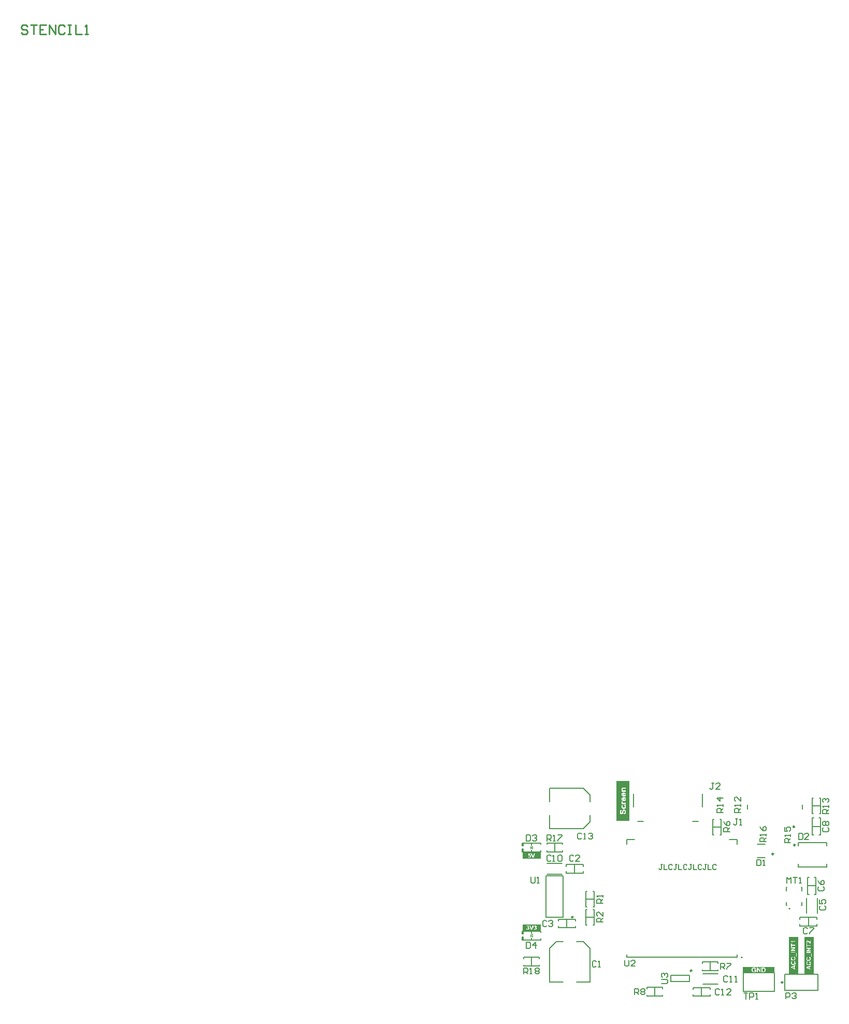
<source format=gto>
G04*
G04 #@! TF.GenerationSoftware,Altium Limited,Altium Designer,25.2.1 (25)*
G04*
G04 Layer_Color=65535*
%FSLAX25Y25*%
%MOIN*%
G70*
G04*
G04 #@! TF.SameCoordinates,19AB45F0-FF71-4E06-AC9F-8C434743CFD0*
G04*
G04*
G04 #@! TF.FilePolarity,Positive*
G04*
G01*
G75*
%ADD10C,0.00787*%
%ADD11C,0.00984*%
%ADD12C,0.00591*%
%ADD13C,0.00394*%
%ADD14C,0.00500*%
%ADD15C,0.00598*%
%ADD16C,0.00602*%
%ADD17C,0.01000*%
G36*
X19393Y91811D02*
X7812D01*
Y95984D01*
X19393D01*
Y91811D01*
D02*
G37*
G36*
X169793Y18523D02*
X149600D01*
Y22104D01*
X169793D01*
Y18523D01*
D02*
G37*
G36*
X19393Y45355D02*
X7812D01*
Y49527D01*
X19393D01*
Y45355D01*
D02*
G37*
G36*
X185266Y17933D02*
X179360D01*
Y41555D01*
X185266D01*
Y17933D01*
D02*
G37*
G36*
X195137Y41555D02*
Y17933D01*
X189232D01*
Y41555D01*
X195137D01*
D02*
G37*
G36*
X76526Y116040D02*
X68251D01*
Y141777D01*
X76526D01*
Y116040D01*
D02*
G37*
%LPC*%
G36*
X15883Y95309D02*
X15284D01*
X14609Y93258D01*
X13904Y95309D01*
X13301D01*
Y92537D01*
D01*
Y95309D01*
X14292Y92537D01*
X13301D01*
X14896D01*
X15883Y95309D01*
D02*
G37*
G36*
X13060Y95267D02*
X11655D01*
X11385Y93824D01*
X11811Y93765D01*
X11845Y93799D01*
X11883Y93832D01*
X11950Y93883D01*
X12022Y93917D01*
X12086Y93942D01*
X12140Y93959D01*
X12187Y93963D01*
X12204Y93967D01*
X12225D01*
X12288Y93963D01*
X12347Y93946D01*
X12398Y93925D01*
X12440Y93904D01*
X12474Y93879D01*
X12499Y93858D01*
X12516Y93841D01*
X12520Y93836D01*
X12558Y93786D01*
X12588Y93722D01*
X12609Y93659D01*
X12626Y93596D01*
X12634Y93541D01*
X12638Y93495D01*
Y93478D01*
Y93465D01*
Y93457D01*
Y93452D01*
X12634Y93360D01*
X12621Y93275D01*
X12600Y93208D01*
X12579Y93149D01*
X12558Y93106D01*
X12537Y93073D01*
X12524Y93056D01*
X12520Y93047D01*
X12474Y93001D01*
X12427Y92971D01*
X12381Y92946D01*
X12334Y92929D01*
X12297Y92921D01*
X12267Y92917D01*
X12246Y92912D01*
X12237D01*
X12187Y92917D01*
X12136Y92929D01*
X12094Y92946D01*
X12056Y92963D01*
X12022Y92980D01*
X12001Y92997D01*
X11984Y93009D01*
X11980Y93014D01*
X11942Y93056D01*
X11912Y93102D01*
X11891Y93153D01*
X11874Y93195D01*
X11862Y93237D01*
X11853Y93271D01*
X11849Y93292D01*
Y93300D01*
X11322Y93246D01*
X11334Y93182D01*
X11347Y93123D01*
X11385Y93009D01*
X11431Y92917D01*
X11482Y92836D01*
X11507Y92803D01*
X11528Y92773D01*
X11549Y92748D01*
X11571Y92727D01*
X11587Y92710D01*
X11600Y92697D01*
X11604Y92693D01*
X11609Y92689D01*
X11655Y92655D01*
X11706Y92621D01*
X11807Y92571D01*
X11912Y92537D01*
X12009Y92511D01*
X12056Y92503D01*
X12098Y92499D01*
X12136Y92490D01*
X12170D01*
X12195Y92486D01*
X13183D01*
X12233D01*
X12322Y92490D01*
X12402Y92503D01*
X12482Y92520D01*
X12554Y92541D01*
X12621Y92571D01*
X12680Y92600D01*
X12740Y92634D01*
X12790Y92668D01*
X12832Y92701D01*
X12875Y92735D01*
X12908Y92765D01*
X12934Y92794D01*
X12955Y92815D01*
X12972Y92832D01*
X12980Y92845D01*
X12984Y92849D01*
X13018Y92900D01*
X13052Y92954D01*
X13098Y93060D01*
X13136Y93161D01*
X13157Y93258D01*
X13166Y93300D01*
X13174Y93339D01*
X13178Y93372D01*
Y93402D01*
X13183Y93427D01*
Y93465D01*
Y93461D01*
X13178Y93537D01*
X13170Y93609D01*
X13161Y93676D01*
X13145Y93739D01*
X13124Y93799D01*
X13103Y93853D01*
X13081Y93904D01*
X13060Y93950D01*
X13035Y93993D01*
X13014Y94031D01*
X12993Y94060D01*
X12972Y94085D01*
X12955Y94107D01*
X12946Y94119D01*
X12938Y94128D01*
X12934Y94132D01*
X12887Y94178D01*
X12837Y94216D01*
X12786Y94250D01*
X12735Y94279D01*
X12685Y94305D01*
X12638Y94326D01*
X12541Y94355D01*
X12499Y94368D01*
X12461Y94377D01*
X12423Y94381D01*
X12393Y94385D01*
X12368Y94389D01*
X12334D01*
X12267Y94385D01*
X12199Y94377D01*
X12136Y94360D01*
X12086Y94347D01*
X12039Y94330D01*
X12001Y94313D01*
X11980Y94305D01*
X11971Y94301D01*
X12056Y94769D01*
X13060D01*
Y95267D01*
D02*
G37*
G36*
X11322D02*
Y92486D01*
D01*
Y95267D01*
D02*
G37*
G36*
X156762Y21881D02*
X156707D01*
X156550Y21877D01*
X156412Y21858D01*
X156347Y21844D01*
X156287Y21835D01*
X156232Y21821D01*
X156181Y21808D01*
X156140Y21789D01*
X156098Y21775D01*
X156066Y21766D01*
X156034Y21752D01*
X156010Y21743D01*
X155997Y21734D01*
X155987Y21729D01*
X155983D01*
X155849Y21646D01*
X155729Y21558D01*
X155632Y21462D01*
X155550Y21370D01*
X155485Y21291D01*
X155462Y21254D01*
X155439Y21222D01*
X155425Y21199D01*
X155411Y21181D01*
X155406Y21167D01*
X155402Y21162D01*
X155337Y21019D01*
X155291Y20876D01*
X155254Y20733D01*
X155231Y20604D01*
X155227Y20544D01*
X155218Y20494D01*
X155213Y20443D01*
Y20401D01*
X155208Y20369D01*
Y20323D01*
X155218Y20162D01*
X155236Y20010D01*
X155264Y19876D01*
X155278Y19811D01*
X155296Y19751D01*
X155314Y19701D01*
X155328Y19655D01*
X155342Y19613D01*
X155356Y19576D01*
X155370Y19549D01*
X155374Y19530D01*
X155384Y19516D01*
Y19512D01*
X155457Y19383D01*
X155540Y19267D01*
X155628Y19171D01*
X155711Y19092D01*
X155789Y19028D01*
X155822Y19000D01*
X155854Y18981D01*
X155877Y18968D01*
X155895Y18954D01*
X155904Y18949D01*
X155909Y18945D01*
X155978Y18908D01*
X156047Y18880D01*
X156190Y18829D01*
X156328Y18797D01*
X156458Y18769D01*
X156518Y18765D01*
X156568Y18756D01*
X156619Y18751D01*
X156660D01*
X156693Y18746D01*
X156739D01*
X156877Y18751D01*
X157011Y18769D01*
X157135Y18792D01*
X157246Y18816D01*
X157297Y18829D01*
X157343Y18843D01*
X157380Y18853D01*
X157412Y18862D01*
X157440Y18871D01*
X157458Y18880D01*
X157472Y18885D01*
X157476D01*
X157606Y18940D01*
X157716Y18995D01*
X157813Y19051D01*
X157891Y19101D01*
X157956Y19148D01*
X157997Y19180D01*
X158025Y19203D01*
X158034Y19212D01*
Y20425D01*
X156720D01*
Y19913D01*
X157416D01*
Y19525D01*
X157361Y19484D01*
X157306Y19452D01*
X157250Y19420D01*
X157200Y19392D01*
X157154Y19369D01*
X157117Y19355D01*
X157094Y19346D01*
X157085Y19341D01*
X157011Y19318D01*
X156942Y19300D01*
X156877Y19286D01*
X156822Y19277D01*
X156771Y19272D01*
X156734Y19267D01*
X156702D01*
X156633Y19272D01*
X156564Y19281D01*
X156499Y19290D01*
X156439Y19309D01*
X156333Y19350D01*
X156246Y19401D01*
X156204Y19424D01*
X156172Y19452D01*
X156144Y19475D01*
X156116Y19493D01*
X156098Y19512D01*
X156084Y19525D01*
X156080Y19530D01*
X156075Y19535D01*
X156034Y19590D01*
X155997Y19650D01*
X155964Y19710D01*
X155941Y19774D01*
X155895Y19913D01*
X155868Y20042D01*
X155858Y20106D01*
X155854Y20162D01*
X155849Y20212D01*
X155844Y20258D01*
X155840Y20295D01*
Y20323D01*
Y20342D01*
Y20346D01*
X155844Y20438D01*
X155849Y20521D01*
X155863Y20604D01*
X155877Y20678D01*
X155895Y20743D01*
X155914Y20807D01*
X155932Y20862D01*
X155955Y20913D01*
X155978Y20959D01*
X155997Y20996D01*
X156015Y21028D01*
X156034Y21056D01*
X156047Y21075D01*
X156061Y21088D01*
X156066Y21098D01*
X156070Y21102D01*
X156116Y21148D01*
X156167Y21190D01*
X156218Y21222D01*
X156269Y21250D01*
X156375Y21296D01*
X156476Y21328D01*
X156568Y21347D01*
X156605Y21351D01*
X156642Y21356D01*
X156670Y21360D01*
X156707D01*
X156799Y21356D01*
X156886Y21342D01*
X156960Y21319D01*
X157025Y21296D01*
X157075Y21273D01*
X157112Y21250D01*
X157135Y21236D01*
X157144Y21231D01*
X157204Y21181D01*
X157255Y21121D01*
X157297Y21065D01*
X157329Y21010D01*
X157357Y20959D01*
X157370Y20918D01*
X157380Y20890D01*
X157384Y20886D01*
Y20881D01*
X157993Y20996D01*
X157974Y21070D01*
X157947Y21144D01*
X157891Y21268D01*
X157859Y21328D01*
X157822Y21379D01*
X157790Y21429D01*
X157753Y21471D01*
X157721Y21512D01*
X157688Y21545D01*
X157661Y21572D01*
X157633Y21600D01*
X157615Y21619D01*
X157596Y21632D01*
X157587Y21637D01*
X157582Y21642D01*
X157522Y21683D01*
X157453Y21720D01*
X157384Y21752D01*
X157315Y21780D01*
X157168Y21821D01*
X157029Y21854D01*
X156960Y21863D01*
X156900Y21867D01*
X156845Y21872D01*
X156799Y21877D01*
X156762Y21881D01*
D02*
G37*
G36*
X161008Y21831D02*
X160441D01*
Y19797D01*
X159191Y21831D01*
X158601D01*
Y18802D01*
X159168D01*
Y20789D01*
X160395Y18802D01*
X161008D01*
Y21831D01*
D02*
G37*
G36*
X162856D02*
X161653D01*
Y18802D01*
X162796D01*
X162916Y18806D01*
X163027Y18811D01*
X163119Y18820D01*
X163193Y18834D01*
X163257Y18843D01*
X163299Y18853D01*
X163327Y18857D01*
X163336Y18862D01*
X163433Y18899D01*
X163515Y18936D01*
X163589Y18977D01*
X163654Y19018D01*
X163700Y19051D01*
X163737Y19078D01*
X163755Y19101D01*
X163765Y19106D01*
X163838Y19189D01*
X163903Y19277D01*
X163958Y19364D01*
X164004Y19452D01*
X164041Y19525D01*
X164055Y19558D01*
X164069Y19586D01*
X164078Y19609D01*
X164083Y19627D01*
X164087Y19636D01*
Y19641D01*
X164120Y19747D01*
X164143Y19858D01*
X164161Y19963D01*
X164170Y20065D01*
X164179Y20153D01*
Y20189D01*
X164184Y20222D01*
Y20286D01*
X164179Y20438D01*
X164170Y20577D01*
X164152Y20701D01*
X164143Y20752D01*
X164133Y20802D01*
X164124Y20849D01*
X164115Y20886D01*
X164106Y20922D01*
X164096Y20950D01*
X164092Y20973D01*
X164087Y20987D01*
X164083Y20996D01*
Y21001D01*
X164041Y21107D01*
X163995Y21199D01*
X163949Y21282D01*
X163903Y21356D01*
X163857Y21411D01*
X163824Y21452D01*
X163801Y21480D01*
X163797Y21489D01*
X163792D01*
X163718Y21558D01*
X163640Y21619D01*
X163566Y21669D01*
X163497Y21706D01*
X163433Y21734D01*
X163386Y21757D01*
X163368Y21761D01*
X163354Y21766D01*
X163345Y21771D01*
X163340D01*
X163257Y21789D01*
X163165Y21808D01*
X163073Y21817D01*
X162976Y21821D01*
X162893Y21826D01*
X162856Y21831D01*
D02*
G37*
%LPD*%
G36*
X162723Y21314D02*
X162773D01*
X162819Y21310D01*
X162856D01*
X162893Y21305D01*
X162926D01*
X162976Y21296D01*
X163008Y21291D01*
X163031Y21286D01*
X163036D01*
X163096Y21268D01*
X163151Y21250D01*
X163202Y21227D01*
X163239Y21204D01*
X163271Y21181D01*
X163299Y21162D01*
X163313Y21148D01*
X163317Y21144D01*
X163359Y21102D01*
X163391Y21051D01*
X163419Y21005D01*
X163446Y20955D01*
X163465Y20913D01*
X163479Y20881D01*
X163483Y20858D01*
X163488Y20849D01*
X163511Y20775D01*
X163525Y20687D01*
X163539Y20600D01*
X163543Y20512D01*
X163548Y20434D01*
X163552Y20401D01*
Y20374D01*
Y20346D01*
Y20328D01*
Y20319D01*
Y20314D01*
X163548Y20189D01*
X163543Y20079D01*
X163534Y19982D01*
X163520Y19904D01*
X163506Y19839D01*
X163497Y19793D01*
X163493Y19779D01*
Y19765D01*
X163488Y19761D01*
Y19756D01*
X163465Y19687D01*
X163437Y19627D01*
X163414Y19576D01*
X163386Y19535D01*
X163363Y19502D01*
X163350Y19484D01*
X163336Y19470D01*
X163331Y19466D01*
X163294Y19433D01*
X163253Y19410D01*
X163170Y19369D01*
X163137Y19360D01*
X163110Y19350D01*
X163087Y19341D01*
X163082D01*
X163036Y19332D01*
X162981Y19327D01*
X162916Y19318D01*
X162861D01*
X162806Y19313D01*
X162266D01*
Y21319D01*
X162667D01*
X162723Y21314D01*
D02*
G37*
%LPC*%
G36*
X15980Y48857D02*
X15943D01*
X15858Y48853D01*
X15778Y48844D01*
X15710Y48827D01*
X15647Y48814D01*
X15597Y48798D01*
X15559Y48781D01*
X15533Y48772D01*
X15529Y48768D01*
X15525D01*
X15461Y48734D01*
X15402Y48696D01*
X15356Y48658D01*
X15314Y48620D01*
X15280Y48582D01*
X15259Y48557D01*
X15242Y48540D01*
X15238Y48532D01*
X15204Y48473D01*
X15170Y48405D01*
X15145Y48338D01*
X15124Y48274D01*
X15107Y48215D01*
X15094Y48169D01*
X15090Y48152D01*
Y48139D01*
X15086Y48131D01*
Y48127D01*
X15575Y48046D01*
X15584Y48110D01*
X15601Y48165D01*
X15618Y48211D01*
X15639Y48253D01*
X15660Y48283D01*
X15673Y48304D01*
X15685Y48317D01*
X15689Y48321D01*
X15727Y48355D01*
X15769Y48376D01*
X15808Y48393D01*
X15845Y48405D01*
X15879Y48414D01*
X15905Y48418D01*
X15926D01*
X15976Y48414D01*
X16023Y48405D01*
X16061Y48393D01*
X16094Y48376D01*
X16120Y48359D01*
X16137Y48346D01*
X16149Y48338D01*
X16153Y48333D01*
X16183Y48300D01*
X16204Y48262D01*
X16217Y48224D01*
X16229Y48190D01*
X16234Y48160D01*
X16238Y48135D01*
Y48114D01*
Y48110D01*
X16234Y48051D01*
X16221Y48000D01*
X16200Y47954D01*
X16179Y47916D01*
X16158Y47886D01*
X16137Y47861D01*
X16124Y47848D01*
X16120Y47844D01*
X16073Y47814D01*
X16018Y47789D01*
X15964Y47772D01*
X15913Y47764D01*
X15867Y47760D01*
X15824Y47755D01*
X15791D01*
X15732Y47325D01*
X15782Y47337D01*
X15829Y47350D01*
X15871Y47359D01*
X15905Y47363D01*
X15934Y47367D01*
X15972D01*
X16027Y47363D01*
X16078Y47350D01*
X16124Y47329D01*
X16162Y47308D01*
X16196Y47287D01*
X16217Y47266D01*
X16234Y47253D01*
X16238Y47249D01*
X16276Y47203D01*
X16301Y47148D01*
X16322Y47097D01*
X16335Y47046D01*
X16343Y47000D01*
X16348Y46962D01*
Y46937D01*
Y46932D01*
Y46928D01*
X16343Y46852D01*
X16331Y46785D01*
X16310Y46726D01*
X16293Y46675D01*
X16272Y46637D01*
X16251Y46612D01*
X16238Y46591D01*
X16234Y46586D01*
X16187Y46544D01*
X16141Y46515D01*
X16094Y46494D01*
X16052Y46481D01*
X16014Y46472D01*
X15985Y46464D01*
X15955D01*
X15900Y46468D01*
X15850Y46481D01*
X15808Y46498D01*
X15769Y46515D01*
X15736Y46532D01*
X15715Y46548D01*
X15698Y46561D01*
X15694Y46565D01*
X15656Y46608D01*
X15626Y46658D01*
X15605Y46709D01*
X15588Y46755D01*
X15575Y46802D01*
X15567Y46835D01*
X15563Y46861D01*
Y46865D01*
Y46869D01*
X15048Y46806D01*
D01*
X15056Y46742D01*
X15069Y46679D01*
X15107Y46569D01*
X15153Y46472D01*
X15204Y46392D01*
X15229Y46358D01*
X15250Y46329D01*
X15271Y46299D01*
X15293Y46278D01*
X15310Y46261D01*
X15322Y46249D01*
X15326Y46245D01*
X15331Y46240D01*
X15377Y46202D01*
X15428Y46169D01*
X15483Y46139D01*
X15533Y46118D01*
X15639Y46076D01*
X15740Y46050D01*
X15782Y46042D01*
X15824Y46038D01*
X15862Y46034D01*
X15896Y46029D01*
X15921Y46025D01*
X15048D01*
X16892D01*
Y46903D01*
X16888Y46996D01*
X16871Y47076D01*
X16846Y47152D01*
X16820Y47215D01*
X16795Y47266D01*
X16770Y47304D01*
X16753Y47325D01*
X16749Y47333D01*
X16690Y47392D01*
X16630Y47443D01*
X16567Y47485D01*
X16504Y47515D01*
X16453Y47536D01*
X16407Y47553D01*
X16390Y47557D01*
X16381D01*
X16373Y47561D01*
X16369D01*
X16441Y47603D01*
X16500Y47650D01*
X16554Y47696D01*
X16601Y47747D01*
X16639Y47793D01*
X16673Y47844D01*
X16698Y47890D01*
X16719Y47937D01*
X16736Y47979D01*
X16749Y48017D01*
X16757Y48051D01*
X16765Y48085D01*
Y48110D01*
X16770Y48127D01*
Y48139D01*
Y48144D01*
Y48190D01*
X16761Y48236D01*
X16740Y48325D01*
X16706Y48401D01*
X16673Y48469D01*
X16635Y48528D01*
X16601Y48570D01*
X16588Y48582D01*
X16580Y48595D01*
X16576Y48599D01*
X16571Y48603D01*
X16525Y48650D01*
X16478Y48688D01*
X16424Y48722D01*
X16373Y48751D01*
X16322Y48777D01*
X16267Y48793D01*
X16170Y48827D01*
X16124Y48836D01*
X16078Y48844D01*
X16040Y48848D01*
X16006Y48853D01*
X15980Y48857D01*
D02*
G37*
G36*
X11246D02*
X11208D01*
X11123Y48853D01*
X11043Y48844D01*
X10976Y48827D01*
X10912Y48814D01*
X10862Y48798D01*
X10824Y48781D01*
X10798Y48772D01*
X10794Y48768D01*
X10790D01*
X10727Y48734D01*
X10667Y48696D01*
X10621Y48658D01*
X10579Y48620D01*
X10545Y48582D01*
X10524Y48557D01*
X10507Y48540D01*
X10503Y48532D01*
X10469Y48473D01*
X10435Y48405D01*
X10410Y48338D01*
X10389Y48274D01*
X10372Y48215D01*
X10360Y48169D01*
X10355Y48152D01*
Y48139D01*
X10351Y48131D01*
Y48127D01*
X10841Y48046D01*
X10849Y48110D01*
X10866Y48165D01*
X10883Y48211D01*
X10904Y48253D01*
X10925Y48283D01*
X10938Y48304D01*
X10950Y48317D01*
X10954Y48321D01*
X10993Y48355D01*
X11035Y48376D01*
X11073Y48393D01*
X11111Y48405D01*
X11144Y48414D01*
X11170Y48418D01*
X11191D01*
X11242Y48414D01*
X11288Y48405D01*
X11326Y48393D01*
X11360Y48376D01*
X11385Y48359D01*
X11402Y48346D01*
X11415Y48338D01*
X11419Y48333D01*
X11448Y48300D01*
X11469Y48262D01*
X11482Y48224D01*
X11495Y48190D01*
X11499Y48160D01*
X11503Y48135D01*
Y48114D01*
Y48110D01*
X11499Y48051D01*
X11486Y48000D01*
X11465Y47954D01*
X11444Y47916D01*
X11423Y47886D01*
X11402Y47861D01*
X11389Y47848D01*
X11385Y47844D01*
X11338Y47814D01*
X11284Y47789D01*
X11229Y47772D01*
X11178Y47764D01*
X11132Y47760D01*
X11090Y47755D01*
X11056D01*
X10997Y47325D01*
X11047Y47337D01*
X11094Y47350D01*
X11136Y47359D01*
X11170Y47363D01*
X11199Y47367D01*
X11237D01*
X11292Y47363D01*
X11343Y47350D01*
X11389Y47329D01*
X11427Y47308D01*
X11461Y47287D01*
X11482Y47266D01*
X11499Y47253D01*
X11503Y47249D01*
X11541Y47203D01*
X11566Y47148D01*
X11587Y47097D01*
X11600Y47046D01*
X11609Y47000D01*
X11613Y46962D01*
Y46937D01*
Y46932D01*
Y46928D01*
X11609Y46852D01*
X11596Y46785D01*
X11575Y46726D01*
X11558Y46675D01*
X11537Y46637D01*
X11516Y46612D01*
X11503Y46591D01*
X11499Y46586D01*
X11452Y46544D01*
X11406Y46515D01*
X11360Y46494D01*
X11317Y46481D01*
X11279Y46472D01*
X11250Y46464D01*
X11220D01*
X11165Y46468D01*
X11115Y46481D01*
X11073Y46498D01*
X11035Y46515D01*
X11001Y46532D01*
X10980Y46548D01*
X10963Y46561D01*
X10959Y46565D01*
X10921Y46608D01*
X10891Y46658D01*
X10870Y46709D01*
X10853Y46755D01*
X10841Y46802D01*
X10832Y46835D01*
X10828Y46861D01*
Y46865D01*
Y46869D01*
X10313Y46806D01*
D01*
X10322Y46742D01*
X10334Y46679D01*
X10372Y46569D01*
X10419Y46472D01*
X10469Y46392D01*
X10494Y46358D01*
X10516Y46329D01*
X10537Y46299D01*
X10558Y46278D01*
X10575Y46261D01*
X10587Y46249D01*
X10592Y46245D01*
X10596Y46240D01*
X10642Y46202D01*
X10693Y46169D01*
X10748Y46139D01*
X10798Y46118D01*
X10904Y46076D01*
X11005Y46050D01*
X11047Y46042D01*
X11090Y46038D01*
X11128Y46034D01*
X11161Y46029D01*
X11187Y46025D01*
X10313D01*
X12157D01*
Y46903D01*
X12153Y46996D01*
X12136Y47076D01*
X12111Y47152D01*
X12086Y47215D01*
X12060Y47266D01*
X12035Y47304D01*
X12018Y47325D01*
X12014Y47333D01*
X11955Y47392D01*
X11896Y47443D01*
X11832Y47485D01*
X11769Y47515D01*
X11718Y47536D01*
X11672Y47553D01*
X11655Y47557D01*
X11647D01*
X11638Y47561D01*
X11634D01*
X11706Y47603D01*
X11765Y47650D01*
X11820Y47696D01*
X11866Y47747D01*
X11904Y47793D01*
X11938Y47844D01*
X11963Y47890D01*
X11984Y47937D01*
X12001Y47979D01*
X12014Y48017D01*
X12022Y48051D01*
X12031Y48085D01*
Y48110D01*
X12035Y48127D01*
Y48139D01*
Y48144D01*
Y48190D01*
X12026Y48236D01*
X12005Y48325D01*
X11971Y48401D01*
X11938Y48469D01*
X11900Y48528D01*
X11866Y48570D01*
X11853Y48582D01*
X11845Y48595D01*
X11841Y48599D01*
X11836Y48603D01*
X11790Y48650D01*
X11744Y48688D01*
X11689Y48722D01*
X11638Y48751D01*
X11587Y48777D01*
X11533Y48793D01*
X11436Y48827D01*
X11389Y48836D01*
X11343Y48844D01*
X11305Y48848D01*
X11271Y48853D01*
X11246Y48857D01*
D02*
G37*
G36*
X14904Y48848D02*
D01*
Y46076D01*
X13917D01*
X14904Y48848D01*
X14305D01*
X13630Y46797D01*
X12925Y48848D01*
X12322D01*
D01*
X13314Y46076D01*
X12322D01*
D01*
X14904D01*
Y48848D01*
D02*
G37*
%LPD*%
G36*
X16892Y46025D02*
X15959D01*
X16031Y46029D01*
X16103Y46038D01*
X16166Y46050D01*
X16229Y46067D01*
X16289Y46084D01*
X16343Y46105D01*
X16394Y46131D01*
X16441Y46156D01*
X16483Y46177D01*
X16517Y46202D01*
X16550Y46224D01*
X16576Y46245D01*
X16597Y46257D01*
X16609Y46270D01*
X16618Y46278D01*
X16622Y46283D01*
X16668Y46333D01*
X16711Y46384D01*
X16749Y46435D01*
X16778Y46489D01*
X16803Y46540D01*
X16825Y46591D01*
X16858Y46688D01*
X16871Y46734D01*
X16879Y46776D01*
X16884Y46810D01*
X16888Y46844D01*
X16892Y46869D01*
Y46025D01*
D02*
G37*
G36*
X12157D02*
X11225D01*
X11296Y46029D01*
X11368Y46038D01*
X11431Y46050D01*
X11495Y46067D01*
X11554Y46084D01*
X11609Y46105D01*
X11659Y46131D01*
X11706Y46156D01*
X11748Y46177D01*
X11782Y46202D01*
X11815Y46224D01*
X11841Y46245D01*
X11862Y46257D01*
X11874Y46270D01*
X11883Y46278D01*
X11887Y46283D01*
X11934Y46333D01*
X11976Y46384D01*
X12014Y46435D01*
X12043Y46489D01*
X12069Y46540D01*
X12090Y46591D01*
X12123Y46688D01*
X12136Y46734D01*
X12145Y46776D01*
X12149Y46810D01*
X12153Y46844D01*
X12157Y46869D01*
Y46025D01*
D02*
G37*
%LPC*%
G36*
X183341Y38891D02*
X180560D01*
Y38456D01*
X180652Y38419D01*
X180737Y38368D01*
X180813Y38313D01*
X180876Y38258D01*
X180931Y38203D01*
X180969Y38161D01*
X180982Y38148D01*
X180994Y38136D01*
X180999Y38127D01*
X181003Y38123D01*
X181070Y38035D01*
X181121Y37950D01*
X181167Y37874D01*
X181201Y37807D01*
X181231Y37752D01*
X181247Y37710D01*
X181252Y37693D01*
X181256Y37680D01*
X181260Y37676D01*
Y37672D01*
X180560D01*
X181741D01*
X181686Y37815D01*
X181623Y37946D01*
X181560Y38060D01*
X181526Y38115D01*
X181492Y38161D01*
X181463Y38208D01*
X181433Y38245D01*
X181408Y38279D01*
X181387Y38309D01*
X181366Y38330D01*
X181353Y38347D01*
X181345Y38355D01*
X181340Y38359D01*
X183341D01*
Y37752D01*
Y38891D01*
D02*
G37*
G36*
Y37279D02*
Y36465D01*
X181036D01*
Y37279D01*
X183341D01*
X180568D01*
Y35089D01*
X181036D01*
Y35903D01*
X183341D01*
Y37279D01*
D02*
G37*
G36*
Y34692D02*
X180568D01*
Y32489D01*
X183341D01*
Y34692D01*
D02*
G37*
G36*
Y31958D02*
X180568D01*
Y31396D01*
X183341D01*
Y31958D01*
D02*
G37*
G36*
X184104Y31148D02*
X183341D01*
Y28940D01*
D01*
Y31148D01*
X183758D01*
Y28940D01*
X184104D01*
Y31148D01*
D02*
G37*
G36*
X183387Y28780D02*
X182500D01*
X183387D01*
D01*
D02*
G37*
G36*
X182492D02*
X180522D01*
Y26366D01*
Y27662D01*
X180526Y27556D01*
X180539Y27455D01*
X180555Y27358D01*
X180581Y27269D01*
X180610Y27185D01*
X180644Y27109D01*
X180678Y27037D01*
X180712Y26974D01*
X180749Y26915D01*
X180783Y26864D01*
X180817Y26822D01*
X180847Y26784D01*
X180872Y26759D01*
X180889Y26738D01*
X180902Y26725D01*
X180906Y26721D01*
X180982Y26657D01*
X181062Y26603D01*
X181146Y26556D01*
X181235Y26514D01*
X181324Y26480D01*
X181416Y26455D01*
X181501Y26430D01*
X181589Y26413D01*
X181669Y26396D01*
X181741Y26383D01*
X181809Y26379D01*
X181868Y26370D01*
X181914D01*
X181952Y26366D01*
X181982D01*
X182100Y26370D01*
X182214Y26383D01*
X182319Y26400D01*
X182416Y26421D01*
X182509Y26451D01*
X182594Y26480D01*
X182674Y26510D01*
X182741Y26544D01*
X182805Y26577D01*
X182860Y26607D01*
X182906Y26641D01*
X182944Y26666D01*
X182974Y26687D01*
X182995Y26704D01*
X183007Y26717D01*
X183011Y26721D01*
X183079Y26788D01*
X183134Y26860D01*
X183185Y26936D01*
X183227Y27012D01*
X183265Y27088D01*
X183294Y27164D01*
X183319Y27236D01*
X183341Y27307D01*
X183358Y27375D01*
X183366Y27434D01*
X183374Y27489D01*
X183383Y27535D01*
Y27573D01*
X183387Y27603D01*
Y27628D01*
X183383Y27708D01*
X183379Y27788D01*
X183366Y27860D01*
X183353Y27932D01*
X183336Y27995D01*
X183319Y28054D01*
X183298Y28109D01*
X183277Y28160D01*
X183256Y28206D01*
X183235Y28248D01*
X183218Y28282D01*
X183201Y28312D01*
X183189Y28333D01*
X183176Y28350D01*
X183172Y28358D01*
X183168Y28362D01*
X183125Y28417D01*
X183075Y28464D01*
X182969Y28552D01*
X182855Y28624D01*
X182746Y28679D01*
X182695Y28704D01*
X182644Y28725D01*
X182602Y28742D01*
X182564Y28755D01*
X182530Y28767D01*
X182509Y28776D01*
X182492Y28780D01*
D02*
G37*
G36*
X183387Y25986D02*
X182500D01*
X183387D01*
D01*
D02*
G37*
G36*
X182492D02*
X180522D01*
X182488D01*
X182319Y25442D01*
X182429Y25412D01*
X182518Y25374D01*
X182598Y25337D01*
X182661Y25299D01*
X182708Y25265D01*
X182746Y25235D01*
X182763Y25218D01*
X182771Y25210D01*
X182817Y25147D01*
X182851Y25083D01*
X182876Y25020D01*
X182893Y24957D01*
X182902Y24906D01*
X182906Y24864D01*
X182910Y24847D01*
Y24826D01*
X182906Y24771D01*
X182902Y24720D01*
X182876Y24623D01*
X182843Y24539D01*
X182800Y24467D01*
X182758Y24412D01*
X182724Y24370D01*
X182699Y24345D01*
X182695Y24341D01*
X182691Y24336D01*
X182644Y24303D01*
X182594Y24277D01*
X182539Y24252D01*
X182480Y24231D01*
X182353Y24197D01*
X182231Y24176D01*
X182172Y24168D01*
X182117Y24159D01*
X182070Y24155D01*
X182024D01*
X181990Y24151D01*
X181961D01*
X181944D01*
X181940D01*
X181851Y24155D01*
X181767Y24159D01*
X181686Y24168D01*
X181619Y24180D01*
X181551Y24193D01*
X181492Y24210D01*
X181442Y24227D01*
X181395Y24248D01*
X181353Y24265D01*
X181319Y24282D01*
X181290Y24298D01*
X181264Y24311D01*
X181247Y24324D01*
X181231Y24332D01*
X181226Y24341D01*
X181222D01*
X181184Y24379D01*
X181146Y24417D01*
X181117Y24459D01*
X181091Y24497D01*
X181053Y24581D01*
X181028Y24661D01*
X181011Y24733D01*
X181007Y24763D01*
X181003Y24788D01*
X180999Y24809D01*
Y24839D01*
X181003Y24919D01*
X181020Y24991D01*
X181036Y25058D01*
X181062Y25113D01*
X181083Y25159D01*
X181104Y25189D01*
X181121Y25210D01*
X181125Y25218D01*
X181176Y25273D01*
X181231Y25315D01*
X181286Y25354D01*
X181340Y25379D01*
X181391Y25400D01*
X181429Y25417D01*
X181454Y25421D01*
X181458Y25425D01*
X181463D01*
X181332Y25978D01*
X181214Y25940D01*
X181113Y25894D01*
X181028Y25843D01*
X180956Y25797D01*
X180897Y25754D01*
X180859Y25721D01*
X180834Y25699D01*
X180825Y25695D01*
Y25691D01*
X180771Y25628D01*
X180724Y25564D01*
X180686Y25497D01*
X180648Y25429D01*
X180619Y25362D01*
X180598Y25290D01*
X180577Y25227D01*
X180560Y25159D01*
X180547Y25100D01*
X180539Y25045D01*
X180530Y24995D01*
X180526Y24952D01*
X180522Y24919D01*
Y24868D01*
X180526Y24763D01*
X180539Y24661D01*
X180555Y24564D01*
X180581Y24476D01*
X180610Y24391D01*
X180644Y24315D01*
X180678Y24244D01*
X180712Y24180D01*
X180749Y24121D01*
X180783Y24071D01*
X180817Y24028D01*
X180847Y23990D01*
X180872Y23965D01*
X180889Y23944D01*
X180902Y23931D01*
X180906Y23927D01*
X180982Y23864D01*
X181062Y23809D01*
X181146Y23763D01*
X181235Y23720D01*
X181324Y23686D01*
X181416Y23661D01*
X181501Y23636D01*
X181589Y23619D01*
X181669Y23602D01*
X181741Y23589D01*
X181809Y23585D01*
X181868Y23577D01*
X181914D01*
X181952Y23573D01*
X181982D01*
X182100Y23577D01*
X182214Y23589D01*
X182319Y23606D01*
X182416Y23628D01*
X182509Y23657D01*
X182594Y23686D01*
X182674Y23716D01*
X182741Y23750D01*
X182805Y23784D01*
X182860Y23813D01*
X182906Y23847D01*
X182944Y23872D01*
X182974Y23893D01*
X182995Y23910D01*
X183007Y23923D01*
X183011Y23927D01*
X183079Y23995D01*
X183134Y24066D01*
X183185Y24142D01*
X183227Y24218D01*
X183265Y24294D01*
X183294Y24370D01*
X183319Y24442D01*
X183341Y24514D01*
X183358Y24581D01*
X183366Y24640D01*
X183374Y24695D01*
X183383Y24742D01*
Y24780D01*
X183387Y24809D01*
Y23944D01*
Y24809D01*
Y24834D01*
X183383Y24915D01*
X183379Y24995D01*
X183366Y25067D01*
X183353Y25138D01*
X183336Y25201D01*
X183319Y25261D01*
X183298Y25315D01*
X183277Y25366D01*
X183256Y25412D01*
X183235Y25455D01*
X183218Y25488D01*
X183201Y25518D01*
X183189Y25539D01*
X183176Y25556D01*
X183172Y25564D01*
X183168Y25569D01*
X183125Y25624D01*
X183075Y25670D01*
X182969Y25759D01*
X182855Y25830D01*
X182746Y25885D01*
X182695Y25910D01*
X182644Y25932D01*
X182602Y25949D01*
X182564Y25961D01*
X182530Y25974D01*
X182509Y25982D01*
X182492Y25986D01*
D02*
G37*
G36*
X183341Y23379D02*
X180568Y22264D01*
Y21674D01*
X183341Y20597D01*
Y21188D01*
X182712Y21416D01*
Y22535D01*
X183341Y22771D01*
Y23379D01*
D02*
G37*
%LPD*%
G36*
X180568Y33030D02*
Y34173D01*
X182429D01*
X180568Y33030D01*
D02*
G37*
G36*
X183341Y33009D02*
X181522D01*
X183341Y34131D01*
Y33009D01*
D02*
G37*
G36*
X182319Y28236D02*
X182429Y28206D01*
X182518Y28168D01*
X182598Y28130D01*
X182661Y28092D01*
X182708Y28058D01*
X182746Y28029D01*
X182763Y28012D01*
X182771Y28004D01*
X182817Y27940D01*
X182851Y27877D01*
X182876Y27814D01*
X182893Y27750D01*
X182902Y27700D01*
X182906Y27658D01*
X182910Y27641D01*
Y27620D01*
X182906Y27565D01*
X182902Y27514D01*
X182876Y27417D01*
X182843Y27333D01*
X182800Y27261D01*
X182758Y27206D01*
X182724Y27164D01*
X182699Y27139D01*
X182695Y27134D01*
X182691Y27130D01*
X182644Y27096D01*
X182594Y27071D01*
X182539Y27046D01*
X182480Y27025D01*
X182353Y26991D01*
X182231Y26970D01*
X182172Y26961D01*
X182117Y26953D01*
X182070Y26949D01*
X182024D01*
X181990Y26944D01*
X181961D01*
X181944D01*
X181940D01*
X181851Y26949D01*
X181767Y26953D01*
X181686Y26961D01*
X181619Y26974D01*
X181551Y26987D01*
X181492Y27003D01*
X181442Y27020D01*
X181395Y27041D01*
X181353Y27058D01*
X181319Y27075D01*
X181290Y27092D01*
X181264Y27105D01*
X181247Y27117D01*
X181231Y27126D01*
X181226Y27134D01*
X181222D01*
X181184Y27172D01*
X181146Y27210D01*
X181117Y27252D01*
X181091Y27290D01*
X181053Y27375D01*
X181028Y27455D01*
X181011Y27527D01*
X181007Y27556D01*
X181003Y27582D01*
X180999Y27603D01*
Y27632D01*
X181003Y27712D01*
X181020Y27784D01*
X181036Y27852D01*
X181062Y27907D01*
X181083Y27953D01*
X181104Y27983D01*
X181121Y28004D01*
X181125Y28012D01*
X181176Y28067D01*
X181231Y28109D01*
X181286Y28147D01*
X181340Y28172D01*
X181391Y28194D01*
X181429Y28210D01*
X181454Y28215D01*
X181458Y28219D01*
X181463D01*
X181332Y28772D01*
X181214Y28734D01*
X181113Y28687D01*
X181028Y28637D01*
X180956Y28590D01*
X180897Y28548D01*
X180859Y28514D01*
X180834Y28493D01*
X180825Y28489D01*
Y28485D01*
X180771Y28421D01*
X180724Y28358D01*
X180686Y28291D01*
X180648Y28223D01*
X180619Y28155D01*
X180598Y28084D01*
X180577Y28021D01*
X180560Y27953D01*
X180547Y27894D01*
X180539Y27839D01*
X180530Y27788D01*
X180526Y27746D01*
X180522Y27712D01*
Y28780D01*
X182488D01*
X182319Y28236D01*
D02*
G37*
G36*
X182243Y21589D02*
X181214Y21965D01*
X182243Y22353D01*
Y21589D01*
D02*
G37*
%LPC*%
G36*
X193212Y39106D02*
X192718D01*
Y38047D01*
X192664Y38081D01*
X192621Y38119D01*
X192600Y38132D01*
X192588Y38144D01*
X192579Y38153D01*
X192575Y38157D01*
X192558Y38174D01*
X192541Y38191D01*
X192495Y38237D01*
X192444Y38288D01*
X192394Y38343D01*
X192343Y38393D01*
X192305Y38435D01*
X192288Y38448D01*
X192275Y38461D01*
X192271Y38469D01*
X192267Y38473D01*
X192187Y38562D01*
X192115Y38634D01*
X192052Y38697D01*
X192001Y38743D01*
X191963Y38781D01*
X191934Y38807D01*
X191917Y38820D01*
X191912Y38824D01*
X191845Y38874D01*
X191782Y38921D01*
X191723Y38959D01*
X191668Y38988D01*
X191625Y39009D01*
X191592Y39026D01*
X191571Y39035D01*
X191562Y39039D01*
X191499Y39060D01*
X191431Y39077D01*
X191372Y39090D01*
X191317Y39098D01*
X191271Y39102D01*
X191233Y39106D01*
X190431D01*
X191203D01*
X191144Y39102D01*
X191085Y39098D01*
X190980Y39068D01*
X190887Y39031D01*
X190807Y38988D01*
X190744Y38946D01*
X190714Y38925D01*
X190693Y38908D01*
X190676Y38891D01*
X190663Y38879D01*
X190659Y38874D01*
X190655Y38870D01*
X190617Y38824D01*
X190579Y38777D01*
X190549Y38722D01*
X190524Y38672D01*
X190486Y38562D01*
X190461Y38461D01*
X190448Y38410D01*
X190444Y38368D01*
X190440Y38326D01*
X190435Y38292D01*
X190431Y38262D01*
Y38157D01*
X190440Y38089D01*
X190461Y37971D01*
X190495Y37866D01*
X190511Y37819D01*
X190528Y37777D01*
X190545Y37735D01*
X190562Y37701D01*
X190579Y37672D01*
X190596Y37650D01*
X190608Y37629D01*
X190617Y37617D01*
X190621Y37608D01*
X190625Y37604D01*
X190663Y37562D01*
X190706Y37520D01*
X190752Y37486D01*
X190803Y37452D01*
X190908Y37402D01*
X191009Y37364D01*
X191060Y37347D01*
X191106Y37338D01*
X191144Y37326D01*
X191182Y37321D01*
X191212Y37313D01*
X191233D01*
X191250Y37309D01*
X191254D01*
X191305Y37836D01*
X191225Y37845D01*
X191153Y37857D01*
X191098Y37878D01*
X191051Y37895D01*
X191014Y37916D01*
X190992Y37929D01*
X190975Y37942D01*
X190971Y37946D01*
X190938Y37988D01*
X190912Y38030D01*
X190895Y38077D01*
X190883Y38119D01*
X190874Y38153D01*
X190870Y38186D01*
Y38212D01*
X190874Y38271D01*
X190887Y38326D01*
X190900Y38372D01*
X190917Y38410D01*
X190938Y38440D01*
X190950Y38461D01*
X190963Y38473D01*
X190967Y38478D01*
X191005Y38511D01*
X191051Y38533D01*
X191098Y38549D01*
X191140Y38562D01*
X191178Y38570D01*
X191212Y38575D01*
X191233D01*
X191241D01*
X191300Y38570D01*
X191360Y38558D01*
X191414Y38541D01*
X191465Y38520D01*
X191507Y38499D01*
X191537Y38482D01*
X191558Y38469D01*
X191566Y38465D01*
X191592Y38448D01*
X191621Y38423D01*
X191651Y38393D01*
X191684Y38359D01*
X191761Y38288D01*
X191836Y38212D01*
X191904Y38140D01*
X191938Y38106D01*
X191963Y38081D01*
X191984Y38056D01*
X192005Y38039D01*
X192014Y38026D01*
X192018Y38022D01*
X192094Y37942D01*
X192166Y37866D01*
X192233Y37802D01*
X192296Y37739D01*
X192356Y37684D01*
X192410Y37638D01*
X192461Y37591D01*
X192507Y37554D01*
X192545Y37524D01*
X192583Y37494D01*
X192613Y37473D01*
X192638Y37452D01*
X192659Y37440D01*
X192672Y37431D01*
X192680Y37423D01*
X192685D01*
X192778Y37372D01*
X192870Y37334D01*
X192959Y37300D01*
X193043Y37279D01*
X193111Y37262D01*
X193140Y37258D01*
X193166Y37254D01*
X193183Y37250D01*
X193200Y37245D01*
X193212D01*
Y39106D01*
D02*
G37*
G36*
Y37064D02*
D01*
Y36250D01*
X190908D01*
Y37064D01*
X193212D01*
X190440D01*
Y34874D01*
X190908D01*
Y35688D01*
X193212D01*
Y34874D01*
D01*
Y37064D01*
D02*
G37*
G36*
Y34477D02*
X190440D01*
Y32274D01*
X193212D01*
Y34477D01*
D02*
G37*
G36*
Y31743D02*
X190440D01*
Y31181D01*
X193212D01*
Y31743D01*
D02*
G37*
G36*
X193976Y30932D02*
X193212D01*
X193630D01*
Y28725D01*
X193976D01*
Y30932D01*
D02*
G37*
G36*
X193259Y28565D02*
X192372D01*
X193259D01*
Y27413D01*
X193254Y27493D01*
X193250Y27573D01*
X193237Y27645D01*
X193225Y27717D01*
X193208Y27780D01*
X193191Y27839D01*
X193170Y27894D01*
X193149Y27944D01*
X193128Y27991D01*
X193107Y28033D01*
X193090Y28067D01*
X193073Y28096D01*
X193060Y28117D01*
X193048Y28134D01*
X193043Y28143D01*
X193039Y28147D01*
X192997Y28202D01*
X192946Y28248D01*
X192841Y28337D01*
X192727Y28409D01*
X192617Y28464D01*
X192567Y28489D01*
X192516Y28510D01*
X192474Y28527D01*
X192436Y28540D01*
X192402Y28552D01*
X192381Y28561D01*
X192364Y28565D01*
X190393D01*
X192360D01*
X192191Y28021D01*
X192301Y27991D01*
X192389Y27953D01*
X192469Y27915D01*
X192533Y27877D01*
X192579Y27843D01*
X192617Y27814D01*
X192634Y27797D01*
X192642Y27788D01*
X192689Y27725D01*
X192723Y27662D01*
X192748Y27599D01*
X192765Y27535D01*
X192773Y27485D01*
X192778Y27442D01*
X192782Y27426D01*
Y27404D01*
X192778Y27349D01*
X192773Y27299D01*
X192748Y27202D01*
X192714Y27117D01*
X192672Y27046D01*
X192630Y26991D01*
X192596Y26949D01*
X192571Y26923D01*
X192567Y26919D01*
X192562Y26915D01*
X192516Y26881D01*
X192465Y26856D01*
X192410Y26831D01*
X192351Y26809D01*
X192225Y26776D01*
X192102Y26755D01*
X192043Y26746D01*
X191988Y26738D01*
X191942Y26733D01*
X191895D01*
X191862Y26729D01*
X191832D01*
X191815D01*
X191811D01*
X191723Y26733D01*
X191638Y26738D01*
X191558Y26746D01*
X191490Y26759D01*
X191423Y26771D01*
X191364Y26788D01*
X191313Y26805D01*
X191267Y26826D01*
X191225Y26843D01*
X191191Y26860D01*
X191161Y26877D01*
X191136Y26890D01*
X191119Y26902D01*
X191102Y26911D01*
X191098Y26919D01*
X191094D01*
X191056Y26957D01*
X191018Y26995D01*
X190988Y27037D01*
X190963Y27075D01*
X190925Y27160D01*
X190900Y27240D01*
X190883Y27312D01*
X190878Y27341D01*
X190874Y27366D01*
X190870Y27387D01*
Y27417D01*
X190874Y27497D01*
X190891Y27569D01*
X190908Y27637D01*
X190933Y27691D01*
X190954Y27738D01*
X190975Y27767D01*
X190992Y27788D01*
X190997Y27797D01*
X191047Y27852D01*
X191102Y27894D01*
X191157Y27932D01*
X191212Y27957D01*
X191262Y27978D01*
X191300Y27995D01*
X191326Y27999D01*
X191330Y28004D01*
X191334D01*
X191203Y28556D01*
X191085Y28519D01*
X190984Y28472D01*
X190900Y28421D01*
X190828Y28375D01*
X190769Y28333D01*
X190731Y28299D01*
X190706Y28278D01*
X190697Y28274D01*
Y28269D01*
X190642Y28206D01*
X190596Y28143D01*
X190558Y28075D01*
X190520Y28008D01*
X190490Y27940D01*
X190469Y27869D01*
X190448Y27805D01*
X190431Y27738D01*
X190419Y27679D01*
X190410Y27624D01*
X190402Y27573D01*
X190397Y27531D01*
X190393Y27497D01*
Y27447D01*
X190397Y27341D01*
X190410Y27240D01*
X190427Y27143D01*
X190452Y27054D01*
X190482Y26970D01*
X190516Y26894D01*
X190549Y26822D01*
X190583Y26759D01*
X190621Y26700D01*
X190655Y26649D01*
X190689Y26607D01*
X190718Y26569D01*
X190744Y26544D01*
X190760Y26522D01*
X190773Y26510D01*
X190777Y26506D01*
X190853Y26442D01*
X190933Y26387D01*
X191018Y26341D01*
X191106Y26299D01*
X191195Y26265D01*
X191288Y26240D01*
X191372Y26214D01*
X191461Y26197D01*
X191541Y26181D01*
X191613Y26168D01*
X191680Y26164D01*
X191739Y26155D01*
X191786D01*
X191824Y26151D01*
X191853D01*
X191972Y26155D01*
X192085Y26168D01*
X192191Y26185D01*
X192288Y26206D01*
X192381Y26235D01*
X192465Y26265D01*
X192545Y26294D01*
X192613Y26328D01*
X192676Y26362D01*
X192731Y26392D01*
X192778Y26425D01*
X192815Y26451D01*
X192845Y26472D01*
X192866Y26489D01*
X192879Y26501D01*
X192883Y26506D01*
X192950Y26573D01*
X193005Y26645D01*
X193056Y26721D01*
X193098Y26797D01*
X193136Y26873D01*
X193166Y26949D01*
X193191Y27020D01*
X193212Y27092D01*
X193229Y27160D01*
X193237Y27219D01*
X193246Y27274D01*
X193254Y27320D01*
Y27358D01*
X193259Y27387D01*
Y26151D01*
D01*
Y28565D01*
D02*
G37*
G36*
Y25771D02*
X192372D01*
X193259D01*
Y24619D01*
X193254Y24699D01*
X193250Y24780D01*
X193237Y24851D01*
X193225Y24923D01*
X193208Y24986D01*
X193191Y25045D01*
X193170Y25100D01*
X193149Y25151D01*
X193128Y25197D01*
X193107Y25240D01*
X193090Y25273D01*
X193073Y25303D01*
X193060Y25324D01*
X193048Y25341D01*
X193043Y25349D01*
X193039Y25354D01*
X192997Y25408D01*
X192946Y25455D01*
X192841Y25543D01*
X192727Y25615D01*
X192617Y25670D01*
X192567Y25695D01*
X192516Y25716D01*
X192474Y25733D01*
X192436Y25746D01*
X192402Y25759D01*
X192381Y25767D01*
X192364Y25771D01*
X190393D01*
X192360D01*
X192191Y25227D01*
X192301Y25197D01*
X192389Y25159D01*
X192469Y25121D01*
X192533Y25083D01*
X192579Y25050D01*
X192617Y25020D01*
X192634Y25003D01*
X192642Y24995D01*
X192689Y24931D01*
X192723Y24868D01*
X192748Y24805D01*
X192765Y24742D01*
X192773Y24691D01*
X192778Y24649D01*
X192782Y24632D01*
Y24611D01*
X192778Y24556D01*
X192773Y24505D01*
X192748Y24408D01*
X192714Y24324D01*
X192672Y24252D01*
X192630Y24197D01*
X192596Y24155D01*
X192571Y24130D01*
X192567Y24125D01*
X192562Y24121D01*
X192516Y24088D01*
X192465Y24062D01*
X192410Y24037D01*
X192351Y24016D01*
X192225Y23982D01*
X192102Y23961D01*
X192043Y23952D01*
X191988Y23944D01*
X191942Y23940D01*
X191895D01*
X191862Y23935D01*
X191832D01*
X191815D01*
X191811D01*
X191723Y23940D01*
X191638Y23944D01*
X191558Y23952D01*
X191490Y23965D01*
X191423Y23978D01*
X191364Y23995D01*
X191313Y24012D01*
X191267Y24033D01*
X191225Y24049D01*
X191191Y24066D01*
X191161Y24083D01*
X191136Y24096D01*
X191119Y24108D01*
X191102Y24117D01*
X191098Y24125D01*
X191094D01*
X191056Y24163D01*
X191018Y24201D01*
X190988Y24244D01*
X190963Y24282D01*
X190925Y24366D01*
X190900Y24446D01*
X190883Y24518D01*
X190878Y24547D01*
X190874Y24573D01*
X190870Y24594D01*
Y24623D01*
X190874Y24704D01*
X190891Y24775D01*
X190908Y24843D01*
X190933Y24898D01*
X190954Y24944D01*
X190975Y24974D01*
X190992Y24995D01*
X190997Y25003D01*
X191047Y25058D01*
X191102Y25100D01*
X191157Y25138D01*
X191212Y25164D01*
X191262Y25185D01*
X191300Y25201D01*
X191326Y25206D01*
X191330Y25210D01*
X191334D01*
X191203Y25763D01*
X191085Y25725D01*
X190984Y25678D01*
X190900Y25628D01*
X190828Y25581D01*
X190769Y25539D01*
X190731Y25505D01*
X190706Y25484D01*
X190697Y25480D01*
Y25476D01*
X190642Y25412D01*
X190596Y25349D01*
X190558Y25282D01*
X190520Y25214D01*
X190490Y25147D01*
X190469Y25075D01*
X190448Y25012D01*
X190431Y24944D01*
X190419Y24885D01*
X190410Y24830D01*
X190402Y24780D01*
X190397Y24737D01*
X190393Y24704D01*
Y24653D01*
X190397Y24547D01*
X190410Y24446D01*
X190427Y24349D01*
X190452Y24261D01*
X190482Y24176D01*
X190516Y24100D01*
X190549Y24028D01*
X190583Y23965D01*
X190621Y23906D01*
X190655Y23855D01*
X190689Y23813D01*
X190718Y23775D01*
X190744Y23750D01*
X190760Y23729D01*
X190773Y23716D01*
X190777Y23712D01*
X190853Y23649D01*
X190933Y23594D01*
X191018Y23547D01*
X191106Y23505D01*
X191195Y23471D01*
X191288Y23446D01*
X191372Y23421D01*
X191461Y23404D01*
X191541Y23387D01*
X191613Y23374D01*
X191680Y23370D01*
X191739Y23362D01*
X191786D01*
X191824Y23357D01*
X191853D01*
X191972Y23362D01*
X192085Y23374D01*
X192191Y23391D01*
X192288Y23412D01*
X192381Y23442D01*
X192465Y23471D01*
X192545Y23501D01*
X192613Y23535D01*
X192676Y23568D01*
X192731Y23598D01*
X192778Y23632D01*
X192815Y23657D01*
X192845Y23678D01*
X192866Y23695D01*
X192879Y23708D01*
X192883Y23712D01*
X192950Y23779D01*
X193005Y23851D01*
X193056Y23927D01*
X193098Y24003D01*
X193136Y24079D01*
X193166Y24155D01*
X193191Y24227D01*
X193212Y24298D01*
X193229Y24366D01*
X193237Y24425D01*
X193246Y24480D01*
X193254Y24526D01*
Y24564D01*
X193259Y24594D01*
Y23357D01*
D01*
Y25771D01*
D02*
G37*
G36*
X193212Y23163D02*
D01*
X190440Y22049D01*
Y21458D01*
X193212Y20382D01*
X190440D01*
X193212D01*
Y23163D01*
D02*
G37*
%LPD*%
G36*
X190440Y32814D02*
Y33958D01*
X192301D01*
X190440Y32814D01*
D02*
G37*
G36*
X193212Y32793D02*
X191393D01*
X193212Y33916D01*
Y32793D01*
D02*
G37*
G36*
X192115Y21374D02*
X191085Y21750D01*
X192115Y22138D01*
Y21374D01*
D02*
G37*
G36*
X193212Y20973D02*
X192583Y21201D01*
Y22319D01*
X193212Y22556D01*
Y20973D01*
D02*
G37*
%LPC*%
G36*
X74278Y137445D02*
X72469D01*
X72371Y137439D01*
X72285Y137433D01*
X72216Y137428D01*
X72164Y137416D01*
X72123Y137410D01*
X72101Y137405D01*
X72095D01*
X72031Y137387D01*
X71974Y137364D01*
X71922Y137341D01*
X71876Y137318D01*
X71841Y137295D01*
X71812Y137278D01*
X71795Y137266D01*
X71789Y137261D01*
X71738Y137220D01*
X71697Y137168D01*
X71657Y137122D01*
X71622Y137071D01*
X71599Y137030D01*
X71582Y136996D01*
X71570Y136973D01*
X71565Y136961D01*
X71536Y136886D01*
X71513Y136811D01*
X71501Y136736D01*
X71490Y136667D01*
X71484Y136610D01*
X71478Y136564D01*
Y136587D01*
Y136523D01*
X71484Y136425D01*
X71496Y136328D01*
X71519Y136241D01*
X71548Y136155D01*
X71588Y136074D01*
X71622Y135999D01*
X71668Y135936D01*
X71709Y135872D01*
X71749Y135815D01*
X71795Y135769D01*
X71830Y135723D01*
X71864Y135688D01*
X71899Y135659D01*
X71922Y135642D01*
X71933Y135631D01*
X71939Y135625D01*
X71536D01*
Y134951D01*
X74278D01*
Y137445D01*
D02*
G37*
G36*
X74347Y134369D02*
X72970D01*
X72826Y134358D01*
X72699Y134340D01*
X72579Y134323D01*
X72469Y134294D01*
X72365Y134265D01*
X72273Y134237D01*
X72193Y134202D01*
X72118Y134173D01*
X72060Y134139D01*
X72008Y134110D01*
X71962Y134087D01*
X71928Y134064D01*
X71905Y134046D01*
X71893Y134035D01*
X71887Y134029D01*
X71812Y133960D01*
X71755Y133885D01*
X71697Y133810D01*
X71651Y133730D01*
X71611Y133649D01*
X71576Y133568D01*
X71553Y133488D01*
X71530Y133413D01*
X71513Y133344D01*
X71501Y133275D01*
X71490Y133217D01*
X71484Y133165D01*
X71478Y133119D01*
Y133062D01*
X71484Y132964D01*
X71496Y132866D01*
X71513Y132779D01*
X71542Y132693D01*
X71570Y132612D01*
X71599Y132537D01*
X71640Y132474D01*
X71674Y132411D01*
X71709Y132353D01*
X71743Y132307D01*
X71778Y132261D01*
X71807Y132226D01*
X71836Y132198D01*
X71853Y132180D01*
X71864Y132169D01*
X71870Y132163D01*
X71945Y132100D01*
X72026Y132048D01*
X72112Y132002D01*
X72198Y131961D01*
X72290Y131927D01*
X72377Y131898D01*
X72550Y131858D01*
X72625Y131840D01*
X72699Y131829D01*
X72769Y131823D01*
X72821Y131817D01*
X72872Y131812D01*
X71478D01*
X74347D01*
Y133136D01*
X74335Y133298D01*
X74312Y133442D01*
X74283Y133568D01*
X74243Y133678D01*
X74203Y133764D01*
X74186Y133805D01*
X74174Y133833D01*
X74157Y133856D01*
X74151Y133874D01*
X74139Y133879D01*
Y133885D01*
X74053Y133989D01*
X73955Y134081D01*
X73857Y134156D01*
X73759Y134219D01*
X73673Y134265D01*
X73633Y134288D01*
X73598Y134300D01*
X73575Y134311D01*
X73552Y134323D01*
X73540Y134329D01*
X73535D01*
X73414Y133609D01*
X73489Y133586D01*
X73546Y133557D01*
X73598Y133522D01*
X73638Y133494D01*
X73673Y133470D01*
X73696Y133448D01*
X73707Y133436D01*
X73713Y133430D01*
X73742Y133384D01*
X73765Y133338D01*
X73782Y133286D01*
X73794Y133246D01*
X73800Y133205D01*
X73805Y133171D01*
Y133142D01*
X73800Y133056D01*
X73777Y132975D01*
X73748Y132900D01*
X73713Y132843D01*
X73685Y132791D01*
X73656Y132756D01*
X73633Y132733D01*
X73627Y132728D01*
X73552Y132670D01*
X73471Y132630D01*
X73391Y132601D01*
X73304Y132578D01*
X73235Y132566D01*
X73172Y132560D01*
X73149Y132555D01*
X73132D01*
X73126D01*
X73120D01*
Y134369D01*
X74347D01*
D02*
G37*
G36*
Y131431D02*
X72970D01*
X72826Y131420D01*
X72699Y131403D01*
X72579Y131385D01*
X72469Y131357D01*
X72365Y131328D01*
X72273Y131299D01*
X72193Y131264D01*
X72118Y131236D01*
X72060Y131201D01*
X72008Y131172D01*
X71962Y131149D01*
X71928Y131126D01*
X71905Y131109D01*
X71893Y131097D01*
X71887Y131092D01*
X71812Y131023D01*
X71755Y130948D01*
X71697Y130873D01*
X71651Y130792D01*
X71611Y130711D01*
X71576Y130631D01*
X71553Y130550D01*
X71530Y130475D01*
X71513Y130406D01*
X71501Y130337D01*
X71490Y130280D01*
X71484Y130228D01*
X71478Y130182D01*
Y130124D01*
X71484Y130026D01*
X71496Y129928D01*
X71513Y129842D01*
X71542Y129755D01*
X71570Y129675D01*
X71599Y129600D01*
X71640Y129536D01*
X71674Y129473D01*
X71709Y129416D01*
X71743Y129369D01*
X71778Y129323D01*
X71807Y129289D01*
X71836Y129260D01*
X71853Y129243D01*
X71864Y129231D01*
X71870Y129225D01*
X71945Y129162D01*
X72026Y129110D01*
X72112Y129064D01*
X72198Y129024D01*
X72290Y128989D01*
X72377Y128960D01*
X72550Y128920D01*
X72625Y128903D01*
X72699Y128891D01*
X72769Y128885D01*
X72821Y128880D01*
X72872Y128874D01*
X71478D01*
X74347D01*
Y130199D01*
X74335Y130360D01*
X74312Y130504D01*
X74283Y130631D01*
X74243Y130740D01*
X74203Y130827D01*
X74186Y130867D01*
X74174Y130896D01*
X74157Y130919D01*
X74151Y130936D01*
X74139Y130942D01*
Y130948D01*
X74053Y131051D01*
X73955Y131143D01*
X73857Y131218D01*
X73759Y131282D01*
X73673Y131328D01*
X73633Y131351D01*
X73598Y131362D01*
X73575Y131374D01*
X73552Y131385D01*
X73540Y131391D01*
X73535D01*
X73414Y130671D01*
X73489Y130648D01*
X73546Y130619D01*
X73598Y130585D01*
X73638Y130556D01*
X73673Y130533D01*
X73696Y130510D01*
X73707Y130498D01*
X73713Y130493D01*
X73742Y130447D01*
X73765Y130400D01*
X73782Y130349D01*
X73794Y130308D01*
X73800Y130268D01*
X73805Y130233D01*
Y130205D01*
X73800Y130118D01*
X73777Y130038D01*
X73748Y129963D01*
X73713Y129905D01*
X73685Y129853D01*
X73656Y129819D01*
X73633Y129796D01*
X73627Y129790D01*
X73552Y129732D01*
X73471Y129692D01*
X73391Y129663D01*
X73304Y129640D01*
X73235Y129629D01*
X73172Y129623D01*
X73149Y129617D01*
X73132D01*
X73126D01*
X73120D01*
Y131431D01*
X74347D01*
D02*
G37*
G36*
X74278Y128776D02*
D01*
Y127722D01*
X73437D01*
X73310D01*
X73195D01*
X73091Y127728D01*
X72999Y127734D01*
X72913D01*
X72838Y127739D01*
X72774Y127745D01*
X72717Y127751D01*
X72671Y127757D01*
X72625Y127762D01*
X72590Y127768D01*
X72567D01*
X72544Y127774D01*
X72532Y127780D01*
X72521D01*
X72446Y127803D01*
X72383Y127831D01*
X72325Y127860D01*
X72285Y127889D01*
X72256Y127912D01*
X72233Y127929D01*
X72221Y127941D01*
X72216Y127947D01*
X72187Y127987D01*
X72164Y128033D01*
X72152Y128079D01*
X72141Y128120D01*
X72135Y128154D01*
X72129Y128183D01*
Y128206D01*
X72135Y128269D01*
X72146Y128327D01*
X72170Y128384D01*
X72187Y128442D01*
X72210Y128482D01*
X72233Y128523D01*
X72244Y128546D01*
X72250Y128551D01*
X71617Y128776D01*
D01*
X71570Y128690D01*
X71536Y128603D01*
X71513Y128517D01*
X71496Y128448D01*
X71484Y128384D01*
X71478Y128333D01*
Y128292D01*
X71484Y128229D01*
X71490Y128171D01*
X71507Y128120D01*
X71519Y128073D01*
X71536Y128033D01*
X71553Y128004D01*
X71559Y127987D01*
X71565Y127981D01*
X71605Y127929D01*
X71657Y127872D01*
X71715Y127820D01*
X71778Y127774D01*
X71836Y127734D01*
X71882Y127699D01*
X71916Y127676D01*
X71922Y127670D01*
X71536D01*
Y126996D01*
X74278D01*
Y128776D01*
D02*
G37*
G36*
X74347Y126518D02*
D01*
Y125245D01*
X74341Y125343D01*
X74335Y125435D01*
X74306Y125602D01*
X74289Y125677D01*
X74266Y125746D01*
X74243Y125810D01*
X74220Y125867D01*
X74197Y125913D01*
X74180Y125960D01*
X74157Y126000D01*
X74139Y126029D01*
X74122Y126052D01*
X74111Y126075D01*
X74099Y126080D01*
Y126086D01*
X74047Y126144D01*
X73996Y126196D01*
X73880Y126288D01*
X73754Y126363D01*
X73633Y126420D01*
X73523Y126466D01*
X73477Y126484D01*
X73437Y126495D01*
X73402Y126507D01*
X73379Y126512D01*
X73362Y126518D01*
X71478D01*
X73356D01*
X73235Y125804D01*
X73333Y125781D01*
X73419Y125752D01*
X73489Y125718D01*
X73546Y125689D01*
X73586Y125660D01*
X73615Y125637D01*
X73633Y125620D01*
X73638Y125614D01*
X73679Y125562D01*
X73707Y125504D01*
X73725Y125447D01*
X73736Y125395D01*
X73748Y125349D01*
X73754Y125309D01*
Y125274D01*
X73748Y125176D01*
X73725Y125090D01*
X73690Y125015D01*
X73656Y124952D01*
X73621Y124900D01*
X73586Y124865D01*
X73563Y124842D01*
X73558Y124836D01*
X73517Y124808D01*
X73471Y124784D01*
X73362Y124744D01*
X73252Y124715D01*
X73137Y124698D01*
X73034Y124687D01*
X72988Y124681D01*
X72947Y124675D01*
X72913D01*
X72890D01*
X72872D01*
X72866D01*
X72786D01*
X72711Y124681D01*
X72584Y124698D01*
X72475Y124727D01*
X72388Y124756D01*
X72319Y124784D01*
X72273Y124813D01*
X72250Y124830D01*
X72239Y124836D01*
X72175Y124900D01*
X72129Y124975D01*
X72095Y125044D01*
X72072Y125113D01*
X72060Y125176D01*
X72049Y125222D01*
Y125268D01*
X72054Y125343D01*
X72066Y125407D01*
X72083Y125464D01*
X72101Y125516D01*
X72123Y125550D01*
X72141Y125579D01*
X72152Y125597D01*
X72158Y125602D01*
X72204Y125648D01*
X72256Y125683D01*
X72308Y125712D01*
X72360Y125735D01*
X72406Y125752D01*
X72440Y125764D01*
X72463Y125769D01*
X72475D01*
X72348Y126484D01*
X72193Y126426D01*
X72060Y126363D01*
X71951Y126288D01*
X71859Y126219D01*
X71789Y126155D01*
X71738Y126103D01*
X71709Y126063D01*
X71697Y126057D01*
Y126052D01*
X71622Y125931D01*
X71570Y125804D01*
X71530Y125672D01*
X71507Y125545D01*
X71490Y125429D01*
X71484Y125383D01*
Y125337D01*
X71478Y125303D01*
Y125257D01*
X71484Y125147D01*
X71496Y125038D01*
X71513Y124940D01*
X71536Y124848D01*
X71565Y124761D01*
X71599Y124681D01*
X71634Y124612D01*
X71668Y124542D01*
X71703Y124485D01*
X71738Y124433D01*
X71772Y124393D01*
X71801Y124352D01*
X71824Y124324D01*
X71841Y124306D01*
X71853Y124295D01*
X71859Y124289D01*
X71933Y124226D01*
X72014Y124174D01*
X72095Y124122D01*
X72187Y124082D01*
X72273Y124047D01*
X72360Y124018D01*
X72532Y123978D01*
X72607Y123961D01*
X72682Y123949D01*
X72751Y123943D01*
X72803Y123938D01*
X72855Y123932D01*
X72918D01*
X73039Y123938D01*
X73154Y123949D01*
X73264Y123967D01*
X73368Y123990D01*
X73460Y124013D01*
X73546Y124047D01*
X73627Y124076D01*
X73696Y124110D01*
X73759Y124145D01*
X73817Y124174D01*
X73863Y124208D01*
X73903Y124232D01*
X73932Y124255D01*
X73955Y124272D01*
X73967Y124283D01*
X73972Y124289D01*
X74036Y124358D01*
X74093Y124433D01*
X74145Y124508D01*
X74191Y124589D01*
X74226Y124669D01*
X74255Y124750D01*
X74301Y124900D01*
X74318Y124975D01*
X74330Y125038D01*
X74335Y125095D01*
X74341Y125147D01*
X74347Y125188D01*
Y124018D01*
Y126518D01*
D02*
G37*
G36*
X73235Y123448D02*
X70430D01*
X73178D01*
X73051Y123442D01*
X72936Y123425D01*
X72832Y123396D01*
X72746Y123373D01*
X72676Y123344D01*
X72619Y123316D01*
X72590Y123298D01*
X72579Y123293D01*
X72492Y123229D01*
X72412Y123166D01*
X72348Y123097D01*
X72290Y123028D01*
X72250Y122970D01*
X72216Y122924D01*
X72198Y122889D01*
X72193Y122884D01*
Y122878D01*
X72164Y122826D01*
X72141Y122768D01*
X72089Y122636D01*
X72049Y122503D01*
X72003Y122365D01*
X71974Y122244D01*
X71956Y122192D01*
X71945Y122146D01*
X71933Y122106D01*
X71928Y122077D01*
X71922Y122060D01*
Y122054D01*
X71899Y121956D01*
X71870Y121864D01*
X71847Y121783D01*
X71824Y121714D01*
X71807Y121645D01*
X71784Y121593D01*
X71766Y121542D01*
X71743Y121501D01*
X71726Y121461D01*
X71715Y121432D01*
X71692Y121386D01*
X71674Y121363D01*
X71668Y121357D01*
X71628Y121323D01*
X71594Y121294D01*
X71553Y121277D01*
X71519Y121259D01*
X71484Y121254D01*
X71461Y121248D01*
X71444D01*
X71438D01*
X71386Y121254D01*
X71340Y121265D01*
X71300Y121282D01*
X71265Y121305D01*
X71236Y121328D01*
X71219Y121346D01*
X71208Y121357D01*
X71202Y121363D01*
X71156Y121438D01*
X71121Y121524D01*
X71098Y121611D01*
X71081Y121691D01*
X71069Y121766D01*
X71064Y121829D01*
Y121881D01*
X71069Y121997D01*
X71087Y122095D01*
X71104Y122175D01*
X71127Y122244D01*
X71156Y122296D01*
X71173Y122331D01*
X71190Y122354D01*
X71196Y122360D01*
X71248Y122417D01*
X71311Y122463D01*
X71380Y122498D01*
X71450Y122527D01*
X71513Y122549D01*
X71565Y122561D01*
X71599Y122573D01*
X71605D01*
X71611D01*
X71582Y123339D01*
X71490Y123333D01*
X71398Y123316D01*
X71311Y123293D01*
X71231Y123270D01*
X71092Y123206D01*
X71029Y123177D01*
X70972Y123143D01*
X70920Y123108D01*
X70874Y123074D01*
X70833Y123045D01*
X70804Y123016D01*
X70781Y122993D01*
X70764Y122976D01*
X70753Y122964D01*
X70747Y122959D01*
X70689Y122889D01*
X70643Y122809D01*
X70597Y122728D01*
X70562Y122642D01*
X70505Y122463D01*
X70470Y122290D01*
X70459Y122210D01*
X70447Y122135D01*
X70442Y122066D01*
X70436Y122002D01*
X70430Y121956D01*
Y120372D01*
Y121887D01*
X70436Y121732D01*
X70453Y121588D01*
X70470Y121461D01*
X70493Y121352D01*
X70522Y121265D01*
X70534Y121230D01*
X70539Y121202D01*
X70551Y121179D01*
X70557Y121156D01*
X70562Y121150D01*
Y121144D01*
X70614Y121035D01*
X70678Y120942D01*
X70741Y120862D01*
X70804Y120799D01*
X70862Y120747D01*
X70908Y120706D01*
X70937Y120683D01*
X70943Y120677D01*
X70948D01*
X71046Y120626D01*
X71139Y120585D01*
X71231Y120557D01*
X71311Y120539D01*
X71386Y120528D01*
X71438Y120516D01*
X71461D01*
X71478D01*
X71484D01*
X71490D01*
X71570Y120522D01*
X71651Y120534D01*
X71726Y120551D01*
X71795Y120568D01*
X71928Y120626D01*
X72037Y120689D01*
X72083Y120724D01*
X72129Y120752D01*
X72164Y120781D01*
X72193Y120810D01*
X72216Y120827D01*
X72233Y120845D01*
X72244Y120856D01*
X72250Y120862D01*
X72290Y120914D01*
X72331Y120971D01*
X72406Y121098D01*
X72469Y121242D01*
X72521Y121386D01*
X72567Y121513D01*
X72584Y121570D01*
X72596Y121622D01*
X72607Y121662D01*
X72619Y121691D01*
X72625Y121714D01*
Y121720D01*
X72648Y121807D01*
X72665Y121881D01*
X72682Y121950D01*
X72699Y122014D01*
X72717Y122072D01*
X72728Y122118D01*
X72740Y122164D01*
X72751Y122198D01*
X72769Y122256D01*
X72780Y122296D01*
X72792Y122319D01*
Y122325D01*
X72821Y122394D01*
X72849Y122452D01*
X72872Y122498D01*
X72901Y122538D01*
X72924Y122567D01*
X72941Y122584D01*
X72953Y122596D01*
X72959Y122601D01*
X72993Y122630D01*
X73034Y122648D01*
X73103Y122670D01*
X73137Y122676D01*
X73160Y122682D01*
X73178D01*
X73183D01*
X73258Y122676D01*
X73327Y122653D01*
X73391Y122624D01*
X73443Y122590D01*
X73489Y122549D01*
X73517Y122521D01*
X73540Y122498D01*
X73546Y122492D01*
X73598Y122417D01*
X73638Y122331D01*
X73661Y122239D01*
X73685Y122146D01*
X73696Y122066D01*
X73702Y122002D01*
Y121939D01*
X73696Y121812D01*
X73673Y121703D01*
X73644Y121611D01*
X73615Y121530D01*
X73581Y121467D01*
X73558Y121421D01*
X73535Y121392D01*
X73529Y121380D01*
X73454Y121311D01*
X73368Y121254D01*
X73276Y121207D01*
X73189Y121173D01*
X73103Y121144D01*
X73039Y121127D01*
X73010Y121121D01*
X72993D01*
X72982Y121115D01*
X72976D01*
X73051Y120372D01*
D01*
X73166Y120390D01*
X73276Y120413D01*
X73379Y120441D01*
X73471Y120470D01*
X73558Y120510D01*
X73638Y120545D01*
X73707Y120585D01*
X73777Y120626D01*
X73828Y120666D01*
X73880Y120701D01*
X73921Y120735D01*
X73955Y120764D01*
X73984Y120793D01*
X74001Y120810D01*
X74013Y120822D01*
X74019Y120827D01*
X74076Y120902D01*
X74128Y120989D01*
X74168Y121075D01*
X74209Y121161D01*
X74237Y121254D01*
X74266Y121346D01*
X74306Y121524D01*
X74318Y121611D01*
X74330Y121686D01*
X74335Y121755D01*
X74341Y121812D01*
X74347Y121864D01*
Y121933D01*
X74341Y122112D01*
X74324Y122267D01*
X74306Y122406D01*
X74278Y122527D01*
X74266Y122578D01*
X74255Y122624D01*
X74243Y122659D01*
X74237Y122694D01*
X74226Y122717D01*
X74220Y122734D01*
X74214Y122745D01*
Y122751D01*
X74157Y122872D01*
X74088Y122970D01*
X74019Y123062D01*
X73949Y123131D01*
X73892Y123189D01*
X73840Y123229D01*
X73805Y123258D01*
X73800Y123264D01*
X73794D01*
X73685Y123327D01*
X73575Y123373D01*
X73471Y123402D01*
X73379Y123425D01*
X73299Y123437D01*
X73235Y123448D01*
D02*
G37*
%LPD*%
G36*
X74278Y135677D02*
X73039D01*
X72959D01*
X72878D01*
X72809Y135682D01*
X72746D01*
X72688Y135688D01*
X72636Y135694D01*
X72590Y135700D01*
X72550Y135705D01*
X72486Y135711D01*
X72446Y135723D01*
X72417Y135728D01*
X72412D01*
X72348Y135751D01*
X72296Y135786D01*
X72250Y135821D01*
X72210Y135849D01*
X72175Y135884D01*
X72152Y135907D01*
X72141Y135924D01*
X72135Y135930D01*
X72101Y135988D01*
X72077Y136045D01*
X72054Y136103D01*
X72043Y136155D01*
X72037Y136201D01*
X72031Y136235D01*
Y136270D01*
X72037Y136322D01*
X72043Y136368D01*
X72054Y136414D01*
X72066Y136448D01*
X72083Y136477D01*
X72095Y136500D01*
X72101Y136512D01*
X72106Y136518D01*
X72170Y136587D01*
X72239Y136633D01*
X72268Y136650D01*
X72290Y136662D01*
X72308Y136667D01*
X72314D01*
X72342Y136679D01*
X72377Y136685D01*
X72458Y136696D01*
X72550Y136708D01*
X72648Y136713D01*
X72734Y136719D01*
X72774D01*
X72815D01*
X72843D01*
X72866D01*
X72878D01*
X72884D01*
X74278D01*
Y135677D01*
D02*
G37*
G36*
X72676Y132566D02*
X72573Y132572D01*
X72481Y132589D01*
X72400Y132612D01*
X72331Y132641D01*
X72279Y132670D01*
X72239Y132693D01*
X72216Y132710D01*
X72210Y132716D01*
X72152Y132779D01*
X72106Y132843D01*
X72077Y132906D01*
X72054Y132969D01*
X72043Y133027D01*
X72031Y133067D01*
Y133108D01*
X72037Y133188D01*
X72054Y133263D01*
X72083Y133326D01*
X72112Y133378D01*
X72146Y133424D01*
X72170Y133453D01*
X72193Y133476D01*
X72198Y133482D01*
X72268Y133534D01*
X72342Y133574D01*
X72423Y133603D01*
X72498Y133626D01*
X72567Y133638D01*
X72625Y133643D01*
X72648Y133649D01*
X72665D01*
X72671D01*
X72676D01*
Y132566D01*
D02*
G37*
G36*
X74347Y131812D02*
X72936D01*
X73039Y131817D01*
X73137Y131823D01*
X73322Y131852D01*
X73408Y131875D01*
X73483Y131898D01*
X73558Y131921D01*
X73621Y131944D01*
X73679Y131967D01*
X73730Y131990D01*
X73777Y132013D01*
X73811Y132036D01*
X73840Y132053D01*
X73863Y132065D01*
X73874Y132077D01*
X73880D01*
X73961Y132146D01*
X74036Y132221D01*
X74099Y132301D01*
X74151Y132388D01*
X74197Y132474D01*
X74232Y132566D01*
X74266Y132653D01*
X74289Y132739D01*
X74306Y132820D01*
X74324Y132895D01*
X74330Y132958D01*
X74341Y133021D01*
Y133067D01*
X74347Y133108D01*
Y131812D01*
D02*
G37*
G36*
X72676Y129629D02*
X72573Y129634D01*
X72481Y129652D01*
X72400Y129675D01*
X72331Y129703D01*
X72279Y129732D01*
X72239Y129755D01*
X72216Y129773D01*
X72210Y129778D01*
X72152Y129842D01*
X72106Y129905D01*
X72077Y129968D01*
X72054Y130032D01*
X72043Y130089D01*
X72031Y130130D01*
Y130170D01*
X72037Y130251D01*
X72054Y130325D01*
X72083Y130389D01*
X72112Y130441D01*
X72146Y130487D01*
X72170Y130516D01*
X72193Y130539D01*
X72198Y130544D01*
X72268Y130596D01*
X72342Y130637D01*
X72423Y130665D01*
X72498Y130688D01*
X72567Y130700D01*
X72625Y130706D01*
X72648Y130711D01*
X72665D01*
X72671D01*
X72676D01*
Y129629D01*
D02*
G37*
G36*
X74347Y128874D02*
X72936D01*
X73039Y128880D01*
X73137Y128885D01*
X73322Y128914D01*
X73408Y128937D01*
X73483Y128960D01*
X73558Y128983D01*
X73621Y129007D01*
X73679Y129030D01*
X73730Y129053D01*
X73777Y129076D01*
X73811Y129099D01*
X73840Y129116D01*
X73863Y129128D01*
X73874Y129139D01*
X73880D01*
X73961Y129208D01*
X74036Y129283D01*
X74099Y129364D01*
X74151Y129450D01*
X74197Y129536D01*
X74232Y129629D01*
X74266Y129715D01*
X74289Y129801D01*
X74306Y129882D01*
X74324Y129957D01*
X74330Y130020D01*
X74341Y130084D01*
Y130130D01*
X74347Y130170D01*
Y128874D01*
D02*
G37*
D10*
X149213Y28350D02*
G03*
X149213Y28350I-394J0D01*
G01*
X179921Y59702D02*
G03*
X179921Y59702I-394J0D01*
G01*
X203381Y86339D02*
Y88406D01*
X185271Y86339D02*
Y88406D01*
X203381Y100020D02*
Y102087D01*
X185271Y100020D02*
Y102087D01*
Y86339D02*
X203381D01*
X185271Y102087D02*
X203381D01*
X197775Y7017D02*
Y17608D01*
X176594D02*
X197775D01*
X176594Y7017D02*
Y17608D01*
Y7017D02*
X197775D01*
X81890Y115945D02*
X85630D01*
X117126D02*
X120866D01*
X79331Y125197D02*
Y133465D01*
X123425Y125197D02*
Y133465D01*
X197378Y56807D02*
Y66485D01*
X190417Y56807D02*
Y66485D01*
X187966Y123996D02*
Y126456D01*
X152375Y123996D02*
Y126456D01*
X158744Y101178D02*
X163862D01*
X158744Y92517D02*
X163862D01*
X25197Y111016D02*
Y119677D01*
Y111016D02*
X46850D01*
X51181Y115347D01*
Y119677D01*
X25197Y128339D02*
Y137000D01*
X46850D01*
X51181Y132669D01*
Y128339D02*
Y132669D01*
X103120Y12858D02*
X115325D01*
X103120Y16795D02*
X115325D01*
X103120Y12858D02*
Y16795D01*
X115325Y12858D02*
Y16795D01*
X33858Y54319D02*
Y80697D01*
X22835Y54319D02*
Y80697D01*
Y54319D02*
X33858D01*
X22835Y80697D02*
X33858D01*
X123744Y17973D02*
X133422D01*
X123744Y11011D02*
X133422D01*
X23507Y81931D02*
X33185D01*
X23507Y88893D02*
X33185D01*
X42520Y12598D02*
X51181D01*
Y34252D01*
X46850Y38583D02*
X51181Y34252D01*
X42520Y38583D02*
X46850D01*
X25197Y12598D02*
X33858D01*
X25197D02*
Y34252D01*
X29527Y38583D01*
X33858D01*
D11*
X183204Y100610D02*
G03*
X183204Y100610I-492J0D01*
G01*
X175314Y12313D02*
G03*
X175314Y12313I-492J0D01*
G01*
X182867Y112382D02*
G03*
X182867Y112382I-492J0D01*
G01*
X169275Y94918D02*
G03*
X169275Y94918I-492J0D01*
G01*
X116703Y19847D02*
G03*
X116703Y19847I-492J0D01*
G01*
X40256Y54319D02*
G03*
X40256Y54319I-492J0D01*
G01*
D12*
X13602Y22835D02*
Y28346D01*
X18602Y22835D02*
Y23591D01*
X8602Y22835D02*
X18602D01*
X8602D02*
Y23591D01*
Y27591D02*
Y28346D01*
X18602D01*
Y27591D02*
Y28346D01*
X28517Y96244D02*
Y101755D01*
X33517Y96244D02*
Y97000D01*
X23517Y96244D02*
X33517D01*
X23517D02*
Y97000D01*
Y100999D02*
Y101755D01*
X33517D01*
Y100999D02*
Y101755D01*
X13602Y43750D02*
Y45128D01*
X7603Y41372D02*
X8102D01*
X7603Y39616D02*
Y41372D01*
Y39616D02*
X8102D01*
X7603Y43372D02*
X8102D01*
X7603D02*
Y45128D01*
X8102D01*
X13602Y39616D02*
Y40994D01*
X19602Y39616D02*
Y40372D01*
X7697Y39616D02*
X19602D01*
X8102D02*
Y41372D01*
Y43372D02*
Y45128D01*
X8091D02*
X19602D01*
Y44372D02*
Y45128D01*
X13602Y96244D02*
Y97622D01*
Y100377D02*
Y101755D01*
X7603Y98000D02*
X8102D01*
X7603Y96244D02*
Y98000D01*
Y96244D02*
X8102D01*
X7603Y99999D02*
X8102D01*
X7603D02*
Y101755D01*
X8102D01*
X19602Y96244D02*
Y97000D01*
X7697Y96244D02*
X19602D01*
X8102D02*
Y98000D01*
Y99999D02*
Y101755D01*
X7697D02*
X19602D01*
Y100999D02*
Y101755D01*
X191774Y48640D02*
Y54151D01*
X197286Y48640D02*
Y49821D01*
X186263Y48640D02*
X197286D01*
X186263D02*
Y49821D01*
Y52970D02*
Y54151D01*
X197286D01*
Y52970D02*
Y54151D01*
X130177Y117189D02*
X130933D01*
X130177Y107189D02*
Y117189D01*
Y107189D02*
X130933D01*
X134933D02*
X135689D01*
Y117189D01*
X134933D02*
X135689D01*
X130177Y112189D02*
X135689D01*
X194094Y112544D02*
X199606D01*
X198425Y118056D02*
X199606D01*
Y107032D02*
Y118056D01*
X198425Y107032D02*
X199606D01*
X194094D02*
X195276D01*
X194094D02*
Y118056D01*
X195276D01*
X195472Y68954D02*
X196653D01*
Y79978D01*
X195472D02*
X196653D01*
X191142D02*
X192323D01*
X191142Y68954D02*
Y79978D01*
Y68954D02*
X192323D01*
X191142Y74466D02*
X196653D01*
X194094Y125728D02*
X199606D01*
X194094Y120728D02*
X194850D01*
X194094D02*
Y130728D01*
X194850D01*
X198850D02*
X199606D01*
Y120728D02*
Y130728D01*
X198850Y120728D02*
X199606D01*
X92933Y3571D02*
Y9083D01*
X97933Y3571D02*
Y4327D01*
X87933Y3571D02*
X97933D01*
X87933D02*
Y4327D01*
Y8327D02*
Y9083D01*
X97933D01*
Y8327D02*
Y9083D01*
X128583Y19883D02*
Y25395D01*
X123583Y24639D02*
Y25395D01*
X133583D01*
Y24639D02*
Y25395D01*
Y19883D02*
Y20639D01*
X123583Y19883D02*
X133583D01*
X123583D02*
Y20639D01*
X128445Y7688D02*
Y8869D01*
X117421D02*
X128445D01*
X117421Y7688D02*
Y8869D01*
Y3357D02*
Y4539D01*
Y3357D02*
X128445D01*
Y4539D01*
X122933Y3357D02*
Y8869D01*
X48425Y65946D02*
X53937D01*
X48425Y60946D02*
X49181D01*
X48425D02*
Y70946D01*
X49181D01*
X53181D02*
X53937D01*
Y60946D02*
Y70946D01*
X53181Y60946D02*
X53937D01*
X35824Y82656D02*
Y83837D01*
Y82656D02*
X46848D01*
Y83837D01*
Y86987D02*
Y88168D01*
X35824D02*
X46848D01*
X35824Y86987D02*
Y88168D01*
X41336Y82656D02*
Y88168D01*
X48425Y54319D02*
X53937D01*
X48425Y49319D02*
X49181D01*
X48425D02*
Y59319D01*
X49181D01*
X53181D02*
X53937D01*
Y49319D02*
Y59319D01*
X53181Y49319D02*
X53937D01*
X30707Y47441D02*
Y48622D01*
Y47441D02*
X41731D01*
Y48622D01*
Y51772D02*
Y52953D01*
X30707D02*
X41731D01*
X30707Y51772D02*
Y52953D01*
X36219Y47441D02*
Y52953D01*
X97768Y88004D02*
X96719D01*
X97244D01*
Y85380D01*
X96719Y84855D01*
X96194D01*
X95669Y85380D01*
X98818Y88004D02*
Y84855D01*
X100917D01*
X104066Y87479D02*
X103541Y88004D01*
X102491D01*
X101967Y87479D01*
Y85380D01*
X102491Y84855D01*
X103541D01*
X104066Y85380D01*
X107214Y88004D02*
X106165D01*
X106689D01*
Y85380D01*
X106165Y84855D01*
X105640D01*
X105115Y85380D01*
X108264Y88004D02*
Y84855D01*
X110363D01*
X113511Y87479D02*
X112987Y88004D01*
X111937D01*
X111412Y87479D01*
Y85380D01*
X111937Y84855D01*
X112987D01*
X113511Y85380D01*
X116660Y88004D02*
X115610D01*
X116135D01*
Y85380D01*
X115610Y84855D01*
X115086D01*
X114561Y85380D01*
X117710Y88004D02*
Y84855D01*
X119808D01*
X122957Y87479D02*
X122432Y88004D01*
X121383D01*
X120858Y87479D01*
Y85380D01*
X121383Y84855D01*
X122432D01*
X122957Y85380D01*
X126106Y88004D02*
X125056D01*
X125581D01*
Y85380D01*
X125056Y84855D01*
X124531D01*
X124007Y85380D01*
X127155Y88004D02*
Y84855D01*
X129254D01*
X132403Y87479D02*
X131878Y88004D01*
X130829D01*
X130304Y87479D01*
Y85380D01*
X130829Y84855D01*
X131878D01*
X132403Y85380D01*
D13*
X12914Y42372D02*
X14291Y41388D01*
Y42372D01*
X12914Y41486D02*
Y42372D01*
Y43258D01*
X14291Y42372D02*
Y43356D01*
X12914Y42372D02*
X14291Y43356D01*
X12914Y99000D02*
X14291Y99984D01*
Y99000D02*
Y99984D01*
X12914Y99000D02*
Y99885D01*
Y98114D02*
Y99000D01*
X14291Y98015D02*
Y99000D01*
X12914D02*
X14291Y98015D01*
D14*
X75000Y28504D02*
X145866D01*
Y101221D02*
Y104095D01*
Y28504D02*
Y30158D01*
X75000Y104095D02*
X79902D01*
X140965D02*
X145866D01*
X75000Y101221D02*
Y104095D01*
Y28504D02*
Y30158D01*
X187185Y61671D02*
X187401D01*
X177559D02*
X177775D01*
X187401Y71297D02*
Y73482D01*
Y61671D02*
Y63856D01*
X187185Y73482D02*
X187401D01*
X177559D02*
X177775D01*
X177559Y71297D02*
Y73482D01*
Y61671D02*
Y63856D01*
D15*
X163235Y18523D02*
X169735D01*
X149735D02*
X154235D01*
X169735Y6523D02*
Y18523D01*
X149735Y8744D02*
Y18523D01*
X154235D02*
X163235D01*
X149735Y6523D02*
X169735D01*
X149735D02*
Y8744D01*
D16*
X8683Y17677D02*
Y21613D01*
X10651D01*
X11307Y20957D01*
Y19645D01*
X10651Y18989D01*
X8683D01*
X9995D02*
X11307Y17677D01*
X12619D02*
X13930D01*
X13275D01*
Y21613D01*
X12619Y20957D01*
X15898D02*
X16554Y21613D01*
X17866D01*
X18522Y20957D01*
Y20301D01*
X17866Y19645D01*
X18522Y18989D01*
Y18333D01*
X17866Y17677D01*
X16554D01*
X15898Y18333D01*
Y18989D01*
X16554Y19645D01*
X15898Y20301D01*
Y20957D01*
X16554Y19645D02*
X17866D01*
X23483Y103072D02*
Y107008D01*
X25451D01*
X26107Y106352D01*
Y105040D01*
X25451Y104384D01*
X23483D01*
X24795D02*
X26107Y103072D01*
X27419D02*
X28730D01*
X28075D01*
Y107008D01*
X27419Y106352D01*
X30698Y107008D02*
X33322D01*
Y106352D01*
X30698Y103728D01*
Y103072D01*
X10323Y38225D02*
Y34289D01*
X12291D01*
X12947Y34945D01*
Y37569D01*
X12291Y38225D01*
X10323D01*
X16226Y34289D02*
Y38225D01*
X14258Y36257D01*
X16882D01*
X10323Y107008D02*
Y103072D01*
X12291D01*
X12947Y103728D01*
Y106352D01*
X12291Y107008D01*
X10323D01*
X14258Y106352D02*
X14915Y107008D01*
X16226D01*
X16882Y106352D01*
Y105696D01*
X16226Y105040D01*
X15570D01*
X16226D01*
X16882Y104384D01*
Y103728D01*
X16226Y103072D01*
X14915D01*
X14258Y103728D01*
X150069Y5425D02*
X152693D01*
X151381D01*
Y1489D01*
X154005D02*
Y5425D01*
X155973D01*
X156629Y4769D01*
Y3457D01*
X155973Y2801D01*
X154005D01*
X157941Y1489D02*
X159253D01*
X158597D01*
Y5425D01*
X157941Y4769D01*
X185411Y108058D02*
Y104123D01*
X187379D01*
X188034Y104779D01*
Y107402D01*
X187379Y108058D01*
X185411D01*
X191970Y104123D02*
X189347D01*
X191970Y106746D01*
Y107402D01*
X191314Y108058D01*
X190002D01*
X189347Y107402D01*
X177330Y1677D02*
Y5613D01*
X179298D01*
X179954Y4957D01*
Y3645D01*
X179298Y2989D01*
X177330D01*
X181266Y4957D02*
X181922Y5613D01*
X183234D01*
X183890Y4957D01*
Y4301D01*
X183234Y3645D01*
X182578D01*
X183234D01*
X183890Y2989D01*
Y2333D01*
X183234Y1677D01*
X181922D01*
X181266Y2333D01*
X164468Y102699D02*
X160532D01*
Y104667D01*
X161188Y105323D01*
X162500D01*
X163156Y104667D01*
Y102699D01*
Y104011D02*
X164468Y105323D01*
Y106635D02*
Y107947D01*
Y107291D01*
X160532D01*
X161188Y106635D01*
X160532Y112539D02*
X161188Y111227D01*
X162500Y109915D01*
X163812D01*
X164468Y110571D01*
Y111883D01*
X163812Y112539D01*
X163156D01*
X162500Y111883D01*
Y109915D01*
X180307Y102252D02*
X176371D01*
Y104220D01*
X177027Y104876D01*
X178339D01*
X178995Y104220D01*
Y102252D01*
Y103564D02*
X180307Y104876D01*
Y106187D02*
Y107499D01*
Y106843D01*
X176371D01*
X177027Y106187D01*
X176371Y112091D02*
Y109467D01*
X178339D01*
X177683Y110779D01*
Y111435D01*
X178339Y112091D01*
X179651D01*
X180307Y111435D01*
Y110123D01*
X179651Y109467D01*
X191118Y46802D02*
X190462Y47458D01*
X189151D01*
X188495Y46802D01*
Y44179D01*
X189151Y43523D01*
X190462D01*
X191118Y44179D01*
X192430Y47458D02*
X195054D01*
Y46802D01*
X192430Y44179D01*
Y43523D01*
X97332Y11484D02*
X100611D01*
X101267Y12140D01*
Y13452D01*
X100611Y14108D01*
X97332D01*
X97988Y15420D02*
X97332Y16076D01*
Y17388D01*
X97988Y18044D01*
X98644D01*
X99300Y17388D01*
Y16732D01*
Y17388D01*
X99955Y18044D01*
X100611D01*
X101267Y17388D01*
Y16076D01*
X100611Y15420D01*
X73590Y26607D02*
Y23327D01*
X74246Y22671D01*
X75558D01*
X76214Y23327D01*
Y26607D01*
X80150Y22671D02*
X77526D01*
X80150Y25295D01*
Y25951D01*
X79494Y26607D01*
X78182D01*
X77526Y25951D01*
X13124Y80157D02*
Y76877D01*
X13780Y76221D01*
X15092D01*
X15748Y76877D01*
Y80157D01*
X17060Y76221D02*
X18372D01*
X17716D01*
Y80157D01*
X17060Y79501D01*
X136810Y121545D02*
X132875D01*
Y123513D01*
X133530Y124169D01*
X134842D01*
X135498Y123513D01*
Y121545D01*
Y122857D02*
X136810Y124169D01*
Y125481D02*
Y126793D01*
Y126137D01*
X132875D01*
X133530Y125481D01*
X136810Y130729D02*
X132875D01*
X134842Y128761D01*
Y131385D01*
X204724Y120809D02*
X200788D01*
Y122777D01*
X201444Y123433D01*
X202756D01*
X203412Y122777D01*
Y120809D01*
Y122121D02*
X204724Y123433D01*
Y124745D02*
Y126057D01*
Y125400D01*
X200788D01*
X201444Y124745D01*
Y128024D02*
X200788Y128680D01*
Y129992D01*
X201444Y130648D01*
X202100D01*
X202756Y129992D01*
Y129336D01*
Y129992D01*
X203412Y130648D01*
X204068D01*
X204724Y129992D01*
Y128680D01*
X204068Y128024D01*
X148051Y121663D02*
X144115D01*
Y123631D01*
X144771Y124287D01*
X146083D01*
X146739Y123631D01*
Y121663D01*
Y122975D02*
X148051Y124287D01*
Y125599D02*
Y126911D01*
Y126255D01*
X144115D01*
X144771Y125599D01*
X148051Y131502D02*
Y128878D01*
X145427Y131502D01*
X144771D01*
X144115Y130846D01*
Y129534D01*
X144771Y128878D01*
X79866Y4359D02*
Y8295D01*
X81834D01*
X82490Y7639D01*
Y6327D01*
X81834Y5671D01*
X79866D01*
X81178D02*
X82490Y4359D01*
X83802Y7639D02*
X84458Y8295D01*
X85770D01*
X86426Y7639D01*
Y6983D01*
X85770Y6327D01*
X86426Y5671D01*
Y5015D01*
X85770Y4359D01*
X84458D01*
X83802Y5015D01*
Y5671D01*
X84458Y6327D01*
X83802Y6983D01*
Y7639D01*
X84458Y6327D02*
X85770D01*
X135323Y20703D02*
Y24639D01*
X137291D01*
X137947Y23983D01*
Y22671D01*
X137291Y22015D01*
X135323D01*
X136635D02*
X137947Y20703D01*
X139259Y24639D02*
X141882D01*
Y23983D01*
X139259Y21359D01*
Y20703D01*
X141052Y109126D02*
X137116D01*
Y111094D01*
X137772Y111750D01*
X139084D01*
X139740Y111094D01*
Y109126D01*
Y110438D02*
X141052Y111750D01*
X137116Y115685D02*
X137772Y114374D01*
X139084Y113062D01*
X140396D01*
X141052Y113717D01*
Y115029D01*
X140396Y115685D01*
X139740D01*
X139084Y115029D01*
Y113062D01*
X59468Y51039D02*
X55532D01*
Y53007D01*
X56188Y53663D01*
X57500D01*
X58156Y53007D01*
Y51039D01*
Y52351D02*
X59468Y53663D01*
Y57599D02*
Y54975D01*
X56844Y57599D01*
X56188D01*
X55532Y56943D01*
Y55631D01*
X56188Y54975D01*
X59468Y63323D02*
X55532D01*
Y65290D01*
X56188Y65947D01*
X57500D01*
X58156Y65290D01*
Y63323D01*
Y64635D02*
X59468Y65947D01*
Y67258D02*
Y68570D01*
Y67914D01*
X55532D01*
X56188Y67258D01*
X177888Y76002D02*
Y79938D01*
X179200Y78626D01*
X180512Y79938D01*
Y76002D01*
X181824Y79938D02*
X184448D01*
X183136D01*
Y76002D01*
X185760D02*
X187072D01*
X186416D01*
Y79938D01*
X185760Y79282D01*
X130874Y140460D02*
X129562D01*
X130218D01*
Y137180D01*
X129562Y136524D01*
X128906D01*
X128250Y137180D01*
X134809Y136524D02*
X132185D01*
X134809Y139148D01*
Y139804D01*
X134153Y140460D01*
X132841D01*
X132185Y139804D01*
X146174Y117360D02*
X144862D01*
X145518D01*
Y114080D01*
X144862Y113424D01*
X144206D01*
X143551Y114080D01*
X147486Y113424D02*
X148798D01*
X148142D01*
Y117360D01*
X147486Y116704D01*
X158679Y91311D02*
Y87375D01*
X160647D01*
X161303Y88031D01*
Y90655D01*
X160647Y91311D01*
X158679D01*
X162615Y87375D02*
X163927D01*
X163271D01*
Y91311D01*
X162615Y90655D01*
X45736Y107666D02*
X45080Y108322D01*
X43768D01*
X43112Y107666D01*
Y105042D01*
X43768Y104386D01*
X45080D01*
X45736Y105042D01*
X47047Y104386D02*
X48359D01*
X47703D01*
Y108322D01*
X47047Y107666D01*
X50327D02*
X50983Y108322D01*
X52295D01*
X52951Y107666D01*
Y107010D01*
X52295Y106354D01*
X51639D01*
X52295D01*
X52951Y105698D01*
Y105042D01*
X52295Y104386D01*
X50983D01*
X50327Y105042D01*
X134492Y7445D02*
X133836Y8101D01*
X132524D01*
X131868Y7445D01*
Y4821D01*
X132524Y4165D01*
X133836D01*
X134492Y4821D01*
X135804Y4165D02*
X137116D01*
X136460D01*
Y8101D01*
X135804Y7445D01*
X141708Y4165D02*
X139084D01*
X141708Y6789D01*
Y7445D01*
X141052Y8101D01*
X139740D01*
X139084Y7445D01*
X139923Y15846D02*
X139267Y16502D01*
X137955D01*
X137300Y15846D01*
Y13222D01*
X137955Y12566D01*
X139267D01*
X139923Y13222D01*
X141235Y12566D02*
X142547D01*
X141891D01*
Y16502D01*
X141235Y15846D01*
X144515Y12566D02*
X145827D01*
X145171D01*
Y16502D01*
X144515Y15846D01*
X26050Y93555D02*
X25394Y94211D01*
X24083D01*
X23427Y93555D01*
Y90931D01*
X24083Y90275D01*
X25394D01*
X26050Y90931D01*
X27362Y90275D02*
X28674D01*
X28018D01*
Y94211D01*
X27362Y93555D01*
X30642D02*
X31298Y94211D01*
X32610D01*
X33266Y93555D01*
Y90931D01*
X32610Y90275D01*
X31298D01*
X30642Y90931D01*
Y93555D01*
X201444Y111888D02*
X200788Y111232D01*
Y109920D01*
X201444Y109265D01*
X204068D01*
X204724Y109920D01*
Y111232D01*
X204068Y111888D01*
X201444Y113200D02*
X200788Y113856D01*
Y115168D01*
X201444Y115824D01*
X202100D01*
X202756Y115168D01*
X203412Y115824D01*
X204068D01*
X204724Y115168D01*
Y113856D01*
X204068Y113200D01*
X203412D01*
X202756Y113856D01*
X202100Y113200D01*
X201444D01*
X202756Y113856D02*
Y115168D01*
X198491Y73810D02*
X197835Y73154D01*
Y71842D01*
X198491Y71186D01*
X201115D01*
X201771Y71842D01*
Y73154D01*
X201115Y73810D01*
X197835Y77746D02*
X198491Y76434D01*
X199803Y75122D01*
X201115D01*
X201771Y75778D01*
Y77090D01*
X201115Y77746D01*
X200459D01*
X199803Y77090D01*
Y75122D01*
X199475Y61520D02*
X198819Y60864D01*
Y59552D01*
X199475Y58896D01*
X202099D01*
X202755Y59552D01*
Y60864D01*
X202099Y61520D01*
X198819Y65455D02*
Y62831D01*
X200787D01*
X200131Y64143D01*
Y64799D01*
X200787Y65455D01*
X202099D01*
X202755Y64799D01*
Y63487D01*
X202099Y62831D01*
X23360Y51509D02*
X22704Y52165D01*
X21392D01*
X20736Y51509D01*
Y48885D01*
X21392Y48229D01*
X22704D01*
X23360Y48885D01*
X24671Y51509D02*
X25328Y52165D01*
X26639D01*
X27295Y51509D01*
Y50853D01*
X26639Y50197D01*
X25984D01*
X26639D01*
X27295Y49541D01*
Y48885D01*
X26639Y48229D01*
X25328D01*
X24671Y48885D01*
X40680Y93597D02*
X40024Y94253D01*
X38712D01*
X38056Y93597D01*
Y90973D01*
X38712Y90317D01*
X40024D01*
X40680Y90973D01*
X44616Y90317D02*
X41992D01*
X44616Y92941D01*
Y93597D01*
X43960Y94253D01*
X42648D01*
X41992Y93597D01*
X55331Y25603D02*
X54675Y26259D01*
X53363D01*
X52707Y25603D01*
Y22979D01*
X53363Y22323D01*
X54675D01*
X55331Y22979D01*
X56643Y22323D02*
X57955D01*
X57298D01*
Y26259D01*
X56643Y25603D01*
D17*
X-310953Y627174D02*
X-311953Y628173D01*
X-313952D01*
X-314952Y627174D01*
Y626174D01*
X-313952Y625174D01*
X-311953D01*
X-310953Y624175D01*
Y623175D01*
X-311953Y622175D01*
X-313952D01*
X-314952Y623175D01*
X-308953Y628173D02*
X-304955D01*
X-306954D01*
Y622175D01*
X-298957Y628173D02*
X-302956D01*
Y622175D01*
X-298957D01*
X-302956Y625174D02*
X-300956D01*
X-296957Y622175D02*
Y628173D01*
X-292959Y622175D01*
Y628173D01*
X-286961Y627174D02*
X-287960Y628173D01*
X-289960D01*
X-290959Y627174D01*
Y623175D01*
X-289960Y622175D01*
X-287960D01*
X-286961Y623175D01*
X-284961Y628173D02*
X-282962D01*
X-283962D01*
Y622175D01*
X-284961D01*
X-282962D01*
X-279963Y628173D02*
Y622175D01*
X-275964D01*
X-273965D02*
X-271966D01*
X-272965D01*
Y628173D01*
X-273965Y627174D01*
M02*

</source>
